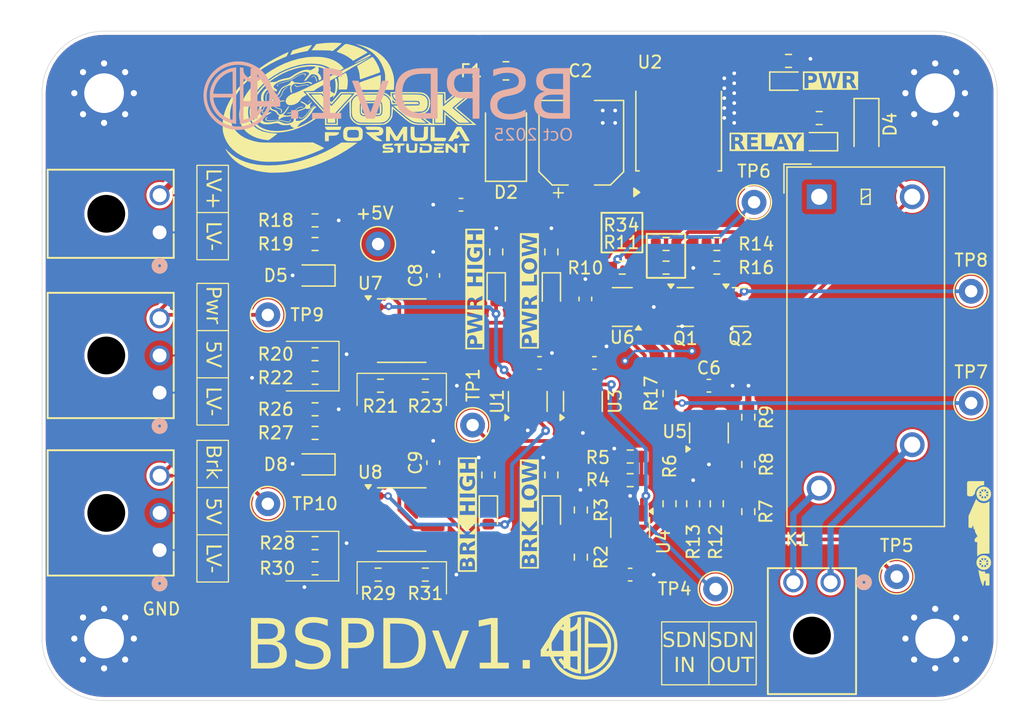
<source format=kicad_pcb>
(kicad_pcb (version 20241229) (generator "pcbnew") (generator_version "9.0")
  (layers (0 "F.Cu" signal) (2 "B.Cu" signal) (5 "F.SilkS" user "F.Silkscreen") (7 "B.SilkS" user "B.Silkscreen") (1 "F.Mask" user) (3 "B.Mask" user) (25 "Edge.Cuts" user))
  (net 0 "")
  (net 1 "GND")
  (net 2 "Net-(D1-K)")
  (net 3 "Net-(D2-K)")
  (net 4 "+12V")
  (net 5 "Net-(D3-K)")
  (net 6 "Net-(Q1-D)")
  (net 7 "Net-(Q1-G)")
  (net 8 "+5V")
  (net 9 "Net-(D2-A)")
  (net 10 "Net-(D3-A)")
  (net 11 "Shutdown In")
  (net 12 "Shutdown Out")
  (net 13 "Output Signal")
  (net 14 "Net-(Q2-G)")
  (net 15 "Net-(U4-DIV)")
  (net 16 "Net-(U4-SET)")
  (net 17 "Net-(R4-Pad1)")
  (net 18 "Net-(U5-IN)")
  (net 19 "Net-(U4-OUT)")
  (net 20 "Net-(R7-Pad1)")
  (net 21 "Net-(U5-DIV)")
  (net 22 "Net-(U5-SET)")
  (net 23 "Net-(U5-OUT)")
  (net 24 "PWR Input")
  (net 25 "Brake Input")
  (net 26 "Net-(TP1-Pad1)")
  (net 27 "Net-(U4-IN)")
  (net 28 "/PWR_H")
  (net 29 "/BRK_H")
  (net 30 "/BRK_L")
  (net 31 "/PWR_L")
  (net 32 "Net-(D5-K)")
  (net 33 "Net-(D8-K)")
  (net 34 "Net-(R12-Pad2)")
  (net 35 "Net-(R17-Pad2)")
  (net 36 "Net-(U7A--)")
  (net 37 "Net-(U7B-+)")
  (net 38 "Net-(U8A--)")
  (net 39 "Net-(U8B-+)")
  (net 40 "Net-(D6-K)")
  (net 41 "Net-(D7-K)")
  (net 42 "Net-(D9-K)")
  (net 43 "Net-(D10-K)")
  (footprint "Resistor_SMD:R_0603_1608Metric" (layer "F.Cu") (at 108.585 111.125 -90)
    (property "Reference" "R6")
    (property "Value" "200")
  )
  (footprint "Resistor_SMD:R_0603_1608Metric" (layer "F.Cu") (at 108.585 102.235 90)
    (property "Reference" "R17")
    (property "Value" "200")
  )
  (footprint "Capacitor_SMD:C_0603_1608Metric" (layer "F.Cu") (at 102.53 99.765)
    (property "Reference" "C3" (hide yes))
    (property "Value" "0.1u")
  )
  (footprint "TestPoint:TestPoint_Keystone_5000-5004_Miniature" (layer "F.Cu") (at 76.2 111.125)
    (property "Reference" "TP10")
    (property "Value" "TestPoint")
  )
  (footprint "Resistor_SMD:R_0603_1608Metric" (layer "F.Cu") (at 112.395 92.075)
    (property "Reference" "R16")
    (property "Value" "200")
  )
  (footprint "Resistor_SMD:R_0603_1608Metric" (layer "F.Cu") (at 80.01 99.06)
    (property "Reference" "R20")
    (property "Value" "39K")
  )
  (footprint "Capacitor_SMD:C_0603_1608Metric" (layer "F.Cu") (at 89.535 92.71 90)
    (property "Reference" "C8")
    (property "Value" "1µ")
  )
  (footprint "yfs:MolexMicrofitPlus1x3" (layer "F.Cu") (at 67.4781 102.161599 -90)
    (property "Reference" "J1" (hide yes))
    (property "Value" "Conn_01x03_Socket")
  )
  (footprint "Resistor_SMD:R_0603_1608Metric" (layer "F.Cu") (at 85.09 116.84)
    (property "Reference" "R29")
    (property "Value" "39K")
  )
  (footprint "LED_SMD:LED_0603_1608Metric" (layer "F.Cu") (at 118.145 77.03)
    (property "Reference" "D1" (hide yes))
    (property "Value" "LED_Small")
  )
  (footprint "TestPoint:TestPoint_Keystone_5000-5004_Miniature" (layer "F.Cu") (at 76.2 95.885 -90)
    (property "Reference" "TP9")
    (property "Value" "TestPoint")
  )
  (footprint "Capacitor_SMD:C_0603_1608Metric" (layer "F.Cu") (at 105.41 116.84 180)
    (property "Reference" "C5" (hide yes))
    (property "Value" "0.1u")
  )
  (footprint "Diode_SMD:D_SOD-123F" (layer "F.Cu") (at 124.46 80.645 -90)
    (property "Reference" "D4")
    (property "Value" "1N4007")
  )
  (footprint "Resistor_SMD:R_0603_1608Metric" (layer "F.Cu") (at 99.06 90.805 90)
    (property "Reference" "R25" (hide yes))
    (property "Value" "R" (hide yes))
  )
  (footprint "yfs:MolexMicrofitPlus1x3" (layer "F.Cu") (at 67.4781 114.861599 -90)
    (property "Reference" "J2" (hide yes))
    (property "Value" "Conn_01x03_Socket")
  )
  (footprint "TestPoint:TestPoint_Keystone_5000-5004_Miniature" (layer "F.Cu") (at 132.9 103)
    (property "Reference" "TP7")
    (property "Value" "TestPoint")
  )
  (footprint "Package_SO:SOIC-8_3.9x4.9mm_P1.27mm" (layer "F.Cu") (at 86.995 112.395)
    (property "Reference" "U8")
    (property "Value" "LM393")
  )
  (footprint "Package_TO_SOT_SMD:SOT-23" (layer "F.Cu") (at 109.855 95.25)
    (property "Reference" "Q1")
    (property "Value" "2N7002")
  )
  (footprint "Resistor_SMD:R_0603_1608Metric" (layer "F.Cu") (at 80.01 88.265 180)
    (property "Reference" "R18")
    (property "Value" "10k")
  )
  (footprint "Resistor_SMD:R_0603_1608Metric" (layer "F.Cu") (at 85.28 101.6)
    (property "Reference" "R21")
    (property "Value" "39K")
  )
  (footprint "Package_TO_SOT_SMD:SOT-23-6" (layer "F.Cu") (at 101.6 102.87 90)
    (property "Reference" "U3")
    (property "Value" "74LVC1G332")
  )
  (footprint "LED_SMD:LED_0603_1608Metric" (layer "F.Cu") (at 93.98 111.975 -90)
    (property "Reference" "D9" (hide yes))
    (property "Value" "LED" (hide yes))
  )
  (footprint "TestPoint:TestPoint_Keystone_5000-5004_Miniature" (layer "F.Cu") (at 85.09 90.17)
    (property "Reference" "TP3" (hide yes))
    (property "Value" "TestPoint" (hide yes))
  )
  (footprint "LED_SMD:LED_0603_1608Metric" (layer "F.Cu") (at 120.65 81.915 180)
    (property "Reference" "D3" (hide yes))
    (property "Value" "LED" (hide yes))
  )
  (footprint "MyLibrary:YFS Logo" (layer "F.Cu") (at 82.55 79.375)
    (property "Reference" "G***" (hide yes))
    (property "Value" "LOGO" (hide yes))
  )
  (footprint "LED_SMD:LED_0603_1608Metric" (layer "F.Cu") (at 99.06 93.98 -90)
    (property "Reference" "D7" (hide yes))
    (property "Value" "LED" (hide yes))
  )
  (footprint "Capacitor_SMD:C_0603_1608Metric" (layer "F.Cu") (at 91.775 87 180)
    (property "Reference" "C4" (hide yes))
    (property "Value" "1u")
  )
  (footprint "Resistor_SMD:R_0603_1608Metric" (layer "F.Cu") (at 93.98 108.8 90)
    (property "Reference" "R32" (hide yes))
    (property "Value" "R" (hide yes))
  )
  (footprint "Package_TO_SOT_SMD:SOT-23-6" (layer "F.Cu") (at 97.155 102.87 90)
    (property "Reference" "U1")
    (property "Value" "74LVC1G11")
  )
  (footprint "Resistor_SMD:R_0603_1608Metric" (layer "F.Cu") (at 114.935 111.76 -90)
    (property "Reference" "R7")
    (property "Value" "68")
  )
  (footprint "Resistor_SMD:R_0603_1608Metric" (layer "F.Cu") (at 110.49 111.125 90)
    (property "Reference" "R13")
    (property "Value" "18k")
  )
  (footprint "Diode_SMD:D_SMA" (layer "F.Cu") (at 95.4 81.6 90)
    (property "Reference" "D2")
    (property "Value" "SS34")
  )
  (footprint "Diode_SMD:D_SOD-323" (layer "F.Cu") (at 80.01 92.71 180)
    (property "Reference" "D5")
    (property "Value" "BZX384xxxx")
  )
  (footprint "Resistor_SMD:R_0603_1608Metric" (layer "F.Cu") (at 108.3075 90.17)
    (property "Reference" "R34")
    (property "Value" "10k")
  )
  (footprint "Package_TO_SOT_SMD:SOT-23-6" (layer "F.Cu") (at 104.775 95.25 180)
    (property "Reference" "U6")
    (property "Value" "74LVC1G332")
  )
  (footprint "Resistor_SMD:R_0603_1608Metric" (layer "F.Cu") (at 118.175 75.4)
    (property "Reference" "R1" (hide yes))
    (property "Value" "10k")
  )
  (footprint "Resistor_SMD:R_0805_2012Metric" (layer "F.Cu") (at 95.4 76.2)
    (property "Reference" "F1")
    (property "Value" "Polyfuse")
  )
  (footprint "Capacitor_SMD:C_0603_1608Metric" (layer "F.Cu") (at 111.76 101.6)
    (property "Reference" "C6")
    (property "Value" "0.1u")
  )
  (footprint "Package_TO_SOT_SMD:TO-252-2" (layer "F.Cu") (at 109.32 80.96 90)
    (property "Reference" "U2")
    (property "Value" "TPS7B88-Q1")
  )
  (footprint "Resistor_SMD:R_0603_1608Metric" (layer "F.Cu") (at 80.01 100.965 180)
    (property "Reference" "R22")
    (property "Value" "62k")
  )
  (footprint "Resistor_SMD:R_0603_1608Metric" (layer "F.Cu") (at 80.01 114.3)
    (property "Reference" "R28")
    (property "Value" "39K")
  )
  (footprint "Resistor_SMD:R_0603_1608Metric" (layer "F.Cu") (at 120.65 80.01 180)
    (property "Reference" "R15" (hide yes))
    (property "Value" "R" (hide yes))
  )
  (footprint "Resistor_SMD:R_0603_1608Metric" (layer "F.Cu") (at 80.01 116.332 180)
    (property "Reference" "R30")
    (property "Value" "62k")
  )
  (footprint "Resistor_SMD:R_0603_1608Metric" (layer "F.Cu") (at 105.41 109.22 180)
    (property "Reference" "R4")
    (property "Value" "750k")
  )
  (footprint "Diode_SMD:D_SOD-323" (layer "F.Cu") (at 80.01 107.95 180)
    (property "Reference" "D8")
    (property "Value" "BZX384xxxx")
  )
  (footprint "Relay_THT:Relay_SPST_Omron_G2RL-1A" (layer "F.Cu") (at 120.65 86.36)
    (property "Reference" "K1")
    (property "Value" "Relay_SPST-NO")
  )
  (footprint "Capacitor_SMD:C_0603_1608Metric" (layer "F.Cu") (at 98.105 99.765)
    (property "Reference" "C1" (hide yes))
    (property "Value" "0.1u")
  )
  (footprint "Resistor_SMD:R_0603_1608Metric" (layer "F.Cu") (at 114.935 104.14 -90)
    (property "Reference" "R9")
    (property "Value" "1k")
  )
  (footprint "Resistor_SMD:R_0603_1608Metric" (layer "F.Cu") (at 80.01 103.505 180)
    (property "Reference" "R26")
    (property "Value" "10k")
  )
  (footprint "Resistor_SMD:R_0603_1608Metric" (layer "F.Cu") (at 108.3075 92.075)
    (property "Reference" "R11")
    (property "Value" "10k")
  )
  (footprint "yfs:MolexMicrofitPlus1x2" (layer "F.Cu") (at 67.4781 89.2316 -90)
    (property "Reference" "J3" (hide yes))
    (property "Value" "Conn_01x02_Socket")
  )
  (footprint "Resistor_SMD:R_0603_1608Metric" (layer "F.Cu") (at 99.06 108.8 90)
    (property "Reference" "R33" (hide yes))
    (property "Value" "R" (hide yes))
  )
  (footprint "MyLibrary:Logo" (layer "F.Cu") (at 101.6 122.555)
    (property "Reference" "G***" (hide yes))
    (property "Value" "LOGO" (hide yes))
  )
  (footprint "TestPoint:TestPoint_Keystone_5000-5004_Miniature" (layer "F.Cu") (at 112.3 118)
    (property "Reference" "TP4")
    (property "Value" "TestPoint")
  )
  (footprint "TestPoint:TestPoint_Keystone_5000-5004_Miniature" (layer "F.Cu") (at 92.71 104.775)
    (property "Reference" "TP1")
    (property "Value" "TestPoint")
  )
  (footprint "Resistor_SMD:R_0603_1608Metric" (layer "F.Cu") (at 104.775 92.075)
    (property "Reference" "R10")
    (property "Value" "200")
  )
  (footprint "Package_TO_SOT_SMD:SOT-23" (layer "F.Cu") (at 114.3 95.25)
    (property "Reference" "Q2")
    (property "Value" "2N7002")
  )
  (footprint "Capacitor_SMD:CP_Elec_6.3x5.4" (layer "F.Cu") (at 101.4725 82 90)
    (property "Reference" "C2")
    (property "Value" "10u")
  )
  (footprint "yfs:MolexMicrofitPlus1x2" (layer "F.Cu") (at 121.5666 117.4569)
    (property "Reference" "J4" (hide yes))
    (property "Value" "Conn_01x02_Socket")
  )
  (footprint "Package_SO:SOIC-8_3.9x4.9mm_P1.27mm" (layer "F.Cu") (at 86.995 97.155)
    (property "Reference" "U7")
    (property "Value" "LM393")
  )
  (footprint "LED_SMD:LED_0603_1608Metric" (layer "F.Cu") (at 94.615 93.98 -90)
    (property "Reference" "D6" (hide yes))
    (property "Value" "LED" (hide yes))
  )
  (footprint "Resistor_SMD:R_0603_1608Metric" (layer "F.Cu") (at 88.9 101.6)
    (property "Reference" "R23")
    (property "Value" "62k")
  )
  (footprint "MountingHole:MountingHole_3.2mm_M3_Pad_Via" (layer "F.Cu") (at 63 78)
    (property "Reference" "H1" (hide yes))
    (property "Value" "MountingHole_Pad")
  )
  (footprint "Resistor_SMD:R_0603_1608Metric" (layer "F.Cu") (at 112.395 90.17 180)
    (property "Reference" "R14")
    (property "Value" "10k")
  )
  (footprint "Package_TO_SOT_SMD:TSOT-23-6" (layer "F.Cu") (at 111.76 105.41 90)
    (property "Reference" "U5")
    (property "Value" "LTC6994xS6-1")
  )
  (footprint "Resistor_SMD:R_0603_1608Metric" (layer "F.Cu") (at 114.935 107.95 -90)
    (property "Reference" "R8")
    (property "Value" "820")
  )
  (footprint "Resistor_SMD:R_0603_1608Metric" (layer "F.Cu") (at 112.395 111.125 -90)
    (property "Reference" "R12")
    (property "Value" "220k")
  )
  (footprint "Resistor_SMD:R_0603_1608Metric" (layer "F.Cu") (at 88.9 116.84)
    (property "Reference" "R31")
    (property "Value" "62k")
  )
  (footprint "Resistor_SMD:R_0603_1608Metric" (layer "F.Cu") (at 80.01 105.41)
    (property "Reference" "R27")
    (property "Value" "4.8k")
  )
  (footprint "MountingHole:MountingHole_3.2mm_M3_Pad_Via" (layer "F.Cu") (at 63 122)
    (property "Reference" "H2" (hide yes))
    (property "Value" "MountingHole_Pad")
  )
  (footprint "TestPoint:TestPoint_Keystone_5000-5004_Miniature" (layer "F.Cu") (at 115.4 86.8)
    (property "Reference" "TP6")
    (property "Value" "TestPoint")
  )
  (footprint "Capacitor_SMD:C_0603_1608Metric" (layer "F.Cu") (at 101.8 94.6 90)
    (property "Reference" "C7" (hide yes))
    (property "Value" "0.1u")
  )
  (footprint "Resistor_SMD:R_0603_1608Metric" (layer "F.Cu") (at 80.01 90.17)
    (property "Reference" "R19")
    (property "Value" "4.8k")
  )
  (footprint "Resistor_SMD:R_0603_1608Metric" (layer "F.Cu") (at 101.435 115.4375 90)
    (property "Reference" "R2")
    (property "Value" "1k")
  )
  (footprint "MountingHole:MountingHole_3.2mm_M3_Pad_Via" (layer "F.Cu") (at 130 122)
    (property "Reference" "H4" (hide yes))
    (property "Value" "MountingHole_Pad")
  )
  (footprint "Resistor_SMD:R_0603_1608Metric" (layer "F.Cu") (at 105.41 107.315)
    (property "Reference" "R5")
    (property "Value" "13k")
  )
  (footprint "TestPoint:TestPoint_Keystone_5000-5004_Miniature" (layer "F.Cu") (at 132.9 93.98)
    (property "Reference" "TP8")
    (property "Value" "TestPoint")
  )
  (footprint "Package_TO_SOT_SMD:TSOT-23-6" (layer "F.Cu") (at 105.41 113.03 -90)
    (property "Reference" "U4")
    (property "Value" "LTC6994xS6-1")
  )
  (footprint "Resistor_SMD:R_0603_1608Metric" (layer "F.Cu") (at 94.615 90.805 90)
    (property "Reference" "R24" (hide yes))
    (property "Value" "R" (hide yes))
  )
  (footprint "TestPoint:TestPoint_Keystone_5000-5004_Miniature" (layer "F.Cu") (at 126.9 117)
    (property "Reference" "TP5")
    (property "Value" "TestPoint")
  )
  (footprint "MountingHole:MountingHole_3.2mm_M3_Pad_Via" (layer "F.Cu") (at 130 78)
    (property "Reference" "H3" (hide yes))
    (property "Value" "MountingHole_Pad")
  )
  (footprint "Resistor_SMD:R_0603_1608Metric" (layer "F.Cu") (at 101.435 111.6275 -90)
    (property "Reference" "R3")
    (property "Value" "510")
  )
  (footprint "Capacitor_SMD:C_0603_1608Metric" (layer "F.Cu") (at 89.535 107.81 90)
    (property "Reference" "C9")
    (property "Value" "1µ")
  )
  (footprint "LED_SMD:LED_0603_1608Metric" (layer "F.Cu") (at 99.06 111.975 -90)
    (property "Reference" "D10" (hide yes))
    (property "Value" "LED" (hide yes))
  )
  (footprint "MyLibrary:Logo" (layer "B.Cu") (at 73.8 78.2 180)
    (property "Reference" "G***" (hide yes))
    (property "Value" "LOGO" (hide yes))
  )
  (gr_rect (start 103.1 87.65) (end 106.4 90.85) (stroke (width 0.15)) (fill no) (layer "F.SilkS"))
  (gr_rect (start 106.75 89.35) (end 109.85 92.9) (stroke (width 0.15)) (fill no) (layer "F.SilkS"))
  (gr_line (start 83.4 115.8) (end 83.4 118.4) (stroke (width 0.1)) (layer "F.SilkS"))
  (gr_line (start 90.6 115.8) (end 90.6 118.4) (stroke (width 0.1)) (layer "F.SilkS"))
  (gr_poly (pts (xy 133.329886 115.838185) (xy 133.332158 115.808274) (xy 133.335899 115.778797) (xy 133.341074 115.749792) (xy 133.347643 115.721295) (xy 133.355571 115.693345) (xy 133.364822 115.665976) (xy 133.375357 115.63923) (xy 133.387141 115.613139) (xy 133.400135 115.587741) (xy 133.414304 115.563075) (xy 133.429611 115.539177) (xy 133.446018 115.516083) (xy 133.463489 115.493832) (xy 133.481987 115.472459) (xy 133.501474 115.452003) (xy 133.521915 115.432499) (xy 133.543271 115.413986) (xy 133.565507 115.396499) (xy 133.588585 115.380077) (xy 133.612469 115.364755) (xy 133.637121 115.350572) (xy 133.662505 115.337564) (xy 133.688583 115.325768) (xy 133.715318 115.315221) (xy 133.742677 115.30596) (xy 133.770618 115.298022) (xy 133.799106 115.291445) (xy 133.828105 115.286265) (xy 133.857577 115.282519) (xy 133.887485 115.280244) (xy 133.917794 115.279477) (xy 133.92412 115.279528) (xy 133.930431 115.279674) (xy 133.936728 115.279907) (xy 133.943012 115.280217) (xy 133.955545 115.281033) (xy 133.968036 115.28205) (xy 133.996118 115.285112) (xy 134.023788 115.28947) (xy 134.051015 115.295094) (xy 134.077768 115.301952) (xy 134.104014 115.310013) (xy 134.129723 115.319246) (xy 134.154862 115.32962) (xy 134.179401 115.341103) (xy 134.203308 115.353664) (xy 134.226551 115.367273) (xy 134.2491 115.381896) (xy 134.270922 115.397504) (xy 134.291987 115.414066) (xy 134.312262 115.431551) (xy 134.331716 115.449926) (xy 134.350319 115.469161) (xy 134.368037 115.489225) (xy 134.384841 115.510086) (xy 134.400697 115.531714) (xy 134.415576 115.554076) (xy 134.429445 115.577143) (xy 134.442274 115.600882) (xy 134.45403 115.625262) (xy 134.464682 115.650253) (xy 134.474198 115.675823) (xy 134.482548 115.701941) (xy 134.4897 115.728577) (xy 134.495622 115.755696) (xy 134.500282 115.783271) (xy 134.50365 115.811269) (xy 134.505694 115.839658) (xy 134.506382 115.868408) (xy 134.50573 115.896365) (xy 134.503792 115.923983) (xy 134.500597 115.951233) (xy 134.496174 115.978087) (xy 134.490554 116.004516) (xy 134.483762 116.03049) (xy 134.475831 116.055981) (xy 134.466788 116.08096) (xy 134.456663 116.105398) (xy 134.445483 116.129267) (xy 134.433279 116.152537) (xy 134.420079 116.17518) (xy 134.405914 116.197166) (xy 134.39081 116.218468) (xy 134.374798 116.239055) (xy 134.357906 116.2589) (xy 134.340164 116.277973) (xy 134.321601 116.296246) (xy 134.302245 116.313689) (xy 134.282125 116.330274) (xy 134.261271 116.345972) (xy 134.239712 116.360754) (xy 134.217476 116.374592) (xy 134.212817 116.377211) (xy 134.212817 116.09004) (xy 134.219576 116.080755) (xy 134.226054 116.071262) (xy 134.232246 116.061567) (xy 134.238143 116.051674) (xy 134.243739 116.041588) (xy 134.249028 116.031316) (xy 134.254002 116.020861) (xy 134.258654 116.010229) (xy 134.262978 115.999426) (xy 134.266966 115.988455) (xy 134.270611 115.977324) (xy 134.273909 115.966036) (xy 134.276849 115.954596) (xy 134.279428 115.943011) (xy 134.281635 115.931285) (xy 134.283465 115.919422) (xy 134.113704 115.919422) (xy 134.113704 115.81748) (xy 134.283465 115.81748) (xy 134.281636 115.805573) (xy 134.279434 115.793807) (xy 134.276864 115.782188) (xy 134.273933 115.770719) (xy 134.270647 115.759406) (xy 134.267012 115.748253) (xy 134.263034 115.737266) (xy 134.258719 115.726449) (xy 134.254073 115.715806) (xy 134.249104 115.705344) (xy 134.243816 115.695065) (xy 134.238215 115.684976) (xy 134.232309 115.67508) (xy 134.226104 115.665385) (xy 134.219604 115.655891) (xy 134.212817 115.646606) (xy 134.092785 115.766209) (xy 134.096166 115.772245) (xy 134.099309 115.778392) (xy 134.102222 115.784647) (xy 134.104916 115.791009) (xy 134.107402 115.797475) (xy 134.109687 115.804044) (xy 134.111786 115.810713) (xy 134.113704 115.81748) (xy 134.113704 115.919422) (xy 134.113533 115.919422) (xy 134.111696 115.926116) (xy 134.109655 115.932745) (xy 134.107407 115.939297) (xy 134.104949 115.945755) (xy 134.102277 115.952104) (xy 134.09939 115.95833) (xy 134.096284 115.964417) (xy 134.094648 115.967403) (xy 134.092956 115.970351) (xy 134.212817 116.09004) (xy 134.212817 116.377211) (xy 134.194593 116.387455) (xy 134.17109 116.399317) (xy 134.147 116.410148) (xy 134.122348 116.419916) (xy 134.097165 116.428597) (xy 134.07148 116.43616) (xy 134.045321 116.442576) (xy 134.018717 116.447816) (xy 133.9917 116.451852) (xy 133.982613 116.453016) (xy 133.973485 116.454057) (xy 133.969665 116.454436) (xy 133.969665 116.234336) (xy 133.981579 116.232458) (xy 133.993364 116.230205) (xy 134.005014 116.227583) (xy 134.016521 116.224598) (xy 134.027879 116.221257) (xy 134.039083 116.217567) (xy 134.050124 116.213533) (xy 134.060997 116.209162) (xy 134.071696 116.20446) (xy 134.082213 116.199434) (xy 134.092541 116.194091) (xy 134.102676 116.188436) (xy 134.11261 116.182476) (xy 134.122337 116.176218) (xy 134.131849 116.169667) (xy 134.141141 116.162831) (xy 134.020936 116.042456) (xy 134.020764 116.042554) (xy 134.020765 115.694104) (xy 134.141483 115.573471) (xy 134.132188 115.566634) (xy 134.122665 115.560108) (xy 134.112921 115.553899) (xy 134.102966 115.548006) (xy 134.092805 115.542435) (xy 134.082447 115.537188) (xy 134.071899 115.532267) (xy 134.061169 115.527677) (xy 134.050264 115.523419) (xy 134.039191 115.519496) (xy 134.027959 115.515912) (xy 134.016574 115.512669) (xy 134.005045 115.50977) (xy 133.993379 115.507218) (xy 133.981583 115.505016) (xy 133.969665 115.503167) (xy 133.969665 115.672241) (xy 133.973089 115.673191) (xy 133.976478 115.674207) (xy 133.979835 115.675288) (xy 133.983158 115.676429) (xy 133.989714 115.678888) (xy 133.996147 115.681565) (xy 134.002465 115.684444) (xy 134.008669 115.687505) (xy 134.014768 115.690731) (xy 134.020765 115.694104) (xy 134.020764 116.042554) (xy 134.0149 116.045909) (xy 134.008754 116.049132) (xy 134.002499 116.052131) (xy 133.996137 116.054909) (xy 133.989671 116.05747) (xy 133.983102 116.059817) (xy 133.976433 116.061956) (xy 133.969665 116.06389) (xy 133.969665 116.234336) (xy 133.969665 116.454436) (xy 133.964314 116.454966) (xy 133.955101 116.455732) (xy 133.945843 116.456345) (xy 133.93654 116.456796) (xy 133.927191 116.457073) (xy 133.917793 116.457168) (xy 133.887479 116.456402) (xy 133.867724 116.4549) (xy 133.867724 116.233822) (xy 133.867724 116.06449) (xy 133.864294 116.063604) (xy 133.860888 116.062652) (xy 133.857505 116.061635) (xy 133.854145 116.060552) (xy 133.847499 116.058203) (xy 133.840952 116.055616) (xy 133.83451 116.052805) (xy 133.828177 116.049781) (xy 133.821957 116.046556) (xy 133.815938 116.043189) (xy 133.815938 115.693418) (xy 133.822014 115.690036) (xy 133.828215 115.686842) (xy 133.834536 115.683846) (xy 133.840973 115.681061) (xy 133.847524 115.678497) (xy 133.854182 115.676164) (xy 133.860946 115.674076) (xy 133.867809 115.672241) (xy 133.867895 115.672241) (xy 133.867895 115.502824) (xy 133.855908 115.504648) (xy 133.844065 115.506836) (xy 133.832369 115.509387) (xy 133.820827 115.512294) (xy 133.809441 115.515553) (xy 133.798217 115.519159) (xy 133.78716 115.523109) (xy 133.776274 115.527398) (xy 133.765563 115.532022) (xy 133.755034 115.536976) (xy 133.744689 115.542255) (xy 133.734534 115.547856) (xy 133.724574 115.553774) (xy 133.714812 115.560004) (xy 133.705256 115.566543) (xy 133.695905 115.573386) (xy 133.815938 115.693418) (xy 133.815938 116.043189) (xy 133.815853 116.043142) (xy 133.69582 116.163345) (xy 133.705183 116.170159) (xy 133.714751 116.176674) (xy 133.724519 116.182886) (xy 133.734483 116.18879) (xy 133.744639 116.19438) (xy 133.754981 116.199653) (xy 133.765506 116.204603) (xy 133.776209 116.209226) (xy 133.787086 116.213516) (xy 133.798133 116.217468) (xy 133.809345 116.221078) (xy 133.820717 116.224341) (xy 133.832245 116.227252) (xy 133.843925 116.229805) (xy 133.855753 116.231997) (xy 133.867724 116.233822) (xy 133.867724 116.4549) (xy 133.857563 116.454127) (xy 133.828085 116.450381) (xy 133.799082 116.445201) (xy 133.770589 116.438625) (xy 133.742645 116.430688) (xy 133.715285 116.421428) (xy 133.688547 116.410883) (xy 133.662467 116.399089) (xy 133.637083 116.386084) (xy 133.623713 116.378395) (xy 133.623714 116.091069) (xy 133.743576 115.971379) (xy 133.740133 115.965247) (xy 133.736881 115.959005) (xy 133.733829 115.952657) (xy 133.730984 115.946205) (xy 133.728349 115.939652) (xy 133.725936 115.933003) (xy 133.72375 115.926258) (xy 133.721798 115.919422) (xy 133.552552 115.919337) (xy 133.552552 115.81748) (xy 133.721798 115.817395) (xy 133.723751 115.810495) (xy 133.725936 115.80369) (xy 133.72835 115.796985) (xy 133.730984 115.790387) (xy 133.733829 115.783901) (xy 133.736881 115.777535) (xy 133.740133 115.771292) (xy 133.743576 115.765181) (xy 133.6238 115.645405) (xy 133.616909 115.65474) (xy 133.610323 115.664289) (xy 133.604044 115.674042) (xy 133.598079 115.683999) (xy 133.592431 115.694155) (xy 133.587105 115.7045) (xy 133.582106 115.715036) (xy 133.577438 115.725752) (xy 133.573105 115.736647) (xy 133.569112 115.747715) (xy 133.565464 115.75895) (xy 133.562166 115.77035) (xy 133.559221 115.781908) (xy 133.556634 115.793618) (xy 133.554409 115.805478) (xy 133.552552 115.81748) (xy 133.552552 115.919337) (xy 133.554408 115.93128) (xy 133.55663 115.943089) (xy 133.559213 115.954758) (xy 133.562152 115.966281) (xy 133.565445 115.977652) (xy 133.569084 115.988866) (xy 133.57307 115.999916) (xy 133.577395 116.010797) (xy 133.582055 116.021504) (xy 133.587047 116.03203) (xy 133.592365 116.042369) (xy 133.598007 116.052517) (xy 133.603967 116.062466) (xy 133.610241 116.072211) (xy 133.616825 116.081748) (xy 133.623714 116.091069) (xy 133.623713 116.378395) (xy 133.612431 116.371904) (xy 133.588548 116.356587) (xy 133.56547 116.340169) (xy 133.543236 116.322689) (xy 133.521881 116.304182) (xy 133.501442 116.284686) (xy 133.481957 116.264238) (xy 133.463461 116.242874) (xy 133.445993 116.220634) (xy 133.429588 116.197552) (xy 133.414285 116.173667) (xy 133.400118 116.149016) (xy 133.387126 116.123634) (xy 133.375345 116.097561) (xy 133.364812 116.070832) (xy 133.355564 116.043485) (xy 133.347637 116.015557) (xy 133.34107 115.987084) (xy 133.335897 115.958103) (xy 133.332157 115.928655) (xy 133.329886 115.898772) (xy 133.32912 115.868495)) (stroke (width -0.000001)) (fill yes) (layer "F.SilkS"))
  (gr_rect (start 107.95 120.65) (end 115.57 125.73) (stroke (width 0.1)) (fill no) (layer "F.SilkS"))
  (gr_line (start 73.025 113.626983) (end 70.485 113.626983) (stroke (width 0.1)) (layer "F.SilkS"))
  (gr_line (start 73.025 100.965) (end 70.485 100.965) (stroke (width 0.1)) (layer "F.SilkS"))
  (gr_line (start 77.665 113.348) (end 81.915 113.348) (stroke (width 0.1)) (layer "F.SilkS"))
  (gr_line (start 111.76 125.73) (end 111.76 120.65) (stroke (width 0.1)) (layer "F.SilkS"))
  (gr_line (start 83.4 115.8) (end 90.6 115.8) (stroke (width 0.1)) (layer "F.SilkS"))
  (gr_rect (start 70.485 83.82) (end 73.025 91.44) (stroke (width 0.1)) (fill no) (layer "F.SilkS"))
  (gr_line (start 73.025 97.155) (end 70.485 97.155) (stroke (width 0.1)) (layer "F.SilkS"))
  (gr_line (start 77.69 98.02) (end 81.94 98.02) (stroke (width 0.1)) (layer "F.SilkS"))
  (gr_line (start 83.395 100.6) (end 83.395 103.2) (stroke (width 0.1)) (layer "F.SilkS"))
  (gr_rect (start 70.485 93.345) (end 73.025 104.775) (stroke (width 0.1)) (fill no) (layer "F.SilkS"))
  (gr_poly (pts (xy 132.570374 109.444587) (xy 132.570975 109.436695) (xy 132.571964 109.428915) (xy 132.573331 109.42126) (xy 132.575068 109.41374) (xy 132.577163 109.406362) (xy 132.579608 109.399139) (xy 132.582393 109.392078) (xy 132.585508 109.385191) (xy 132.588943 109.378487) (xy 132.592688 109.371977) (xy 132.596734 109.365668) (xy 132.601071 109.359572) (xy 132.60569 109.353698) (xy 132.610579 109.348057) (xy 132.61573 109.342659) (xy 132.621134 109.33751) (xy 132.626779 109.332625) (xy 132.632657 109.328011) (xy 132.638757 109.323679) (xy 132.645071 109.319638) (xy 132.651588 109.315898) (xy 132.658298 109.312469) (xy 132.665192 109.309361) (xy 132.67226 109.306584) (xy 132.679491 109.304147) (xy 132.686878 109.30206) (xy 132.694409 109.300335) (xy 132.702075 109.298978) (xy 132.709866 109.298001) (xy 132.717772 109.297415) (xy 132.725785 109.297228) (xy 133.946344 109.297228) (xy 133.946344 109.632633) (xy 133.939229 109.632225) (xy 133.932059 109.631744) (xy 133.928464 109.631524) (xy 133.924871 109.631343) (xy 133.921284 109.631221) (xy 133.917708 109.631176) (xy 133.881767 109.632061) (xy 133.846281 109.634691) (xy 133.811292 109.639023) (xy 133.776839 109.645013) (xy 133.742966 109.652623) (xy 133.709712 109.661809) (xy 133.677121 109.672529) (xy 133.645232 109.684743) (xy 133.614087 109.698407) (xy 133.583728 109.713481) (xy 133.554196 109.729923) (xy 133.525532 109.74769) (xy 133.497779 109.766742) (xy 133.470976 109.787034) (xy 133.445165 109.808528) (xy 133.420388 109.83118) (xy 133.396685 109.854949) (xy 133.374101 109.879793) (xy 133.352673 109.90567) (xy 133.332444 109.932538) (xy 133.313456 109.960356) (xy 133.29575 109.989082) (xy 133.279367 110.018674) (xy 133.264348 110.04909) (xy 133.250736 110.080288) (xy 133.23857 110.112228) (xy 133.227893 110.144866) (xy 133.218746 110.178161) (xy 133.211171 110.212071) (xy 133.205208 110.246555) (xy 133.200899 110.28157) (xy 133.198285 110.317076) (xy 133.039327 110.476119) (xy 133.033741 110.481435) (xy 133.027923 110.486445) (xy 133.021886 110.491145) (xy 133.015643 110.495531) (xy 133.009206 110.499595) (xy 133.00259 110.503334) (xy 132.995807 110.506742) (xy 132.988871 110.509814) (xy 132.981793 110.512544) (xy 132.974589 110.514927) (xy 132.967269 110.516958) (xy 132.959849 110.518631) (xy 132.952339 110.519943) (xy 132.944755 110.520885) (xy 132.937109 110.521455) (xy 132.929412 110.521646) (xy 132.725699 110.521646) (xy 132.717695 110.521443) (xy 132.709795 110.520843) (xy 132.702011 110.519854) (xy 132.694351 110.518486) (xy 132.686826 110.516751) (xy 132.679444 110.514654) (xy 132.672218 110.512209) (xy 132.665155 110.509424) (xy 132.658266 110.50631) (xy 132.65156 110.502874) (xy 132.645047 110.499129) (xy 132.638737 110.495083) (xy 132.632639 110.490746) (xy 132.626764 110.486128) (xy 132.621121 110.481238) (xy 132.61572 110.476087) (xy 132.61057 110.470683) (xy 132.605682 110.465038) (xy 132.601066 110.45916) (xy 132.59673 110.453059) (xy 132.592685 110.446746) (xy 132.58894 110.440229) (xy 132.585506 110.433519) (xy 132.582393 110.426625) (xy 132.579608 110.419558) (xy 132.577163 110.412326) (xy 132.575067 110.404939) (xy 132.573331 110.397408) (xy 132.571963 110.389742) (xy 132.570975 110.381951) (xy 132.570374 110.374044) (xy 132.570172 110.366032) (xy 132.570172 109.452584)) (stroke (width -0.000001)) (fill yes) (layer "F.SilkS"))
  (gr_line (start 81.94 98.02) (end 81.94 102.02) (stroke (width 0.1)) (layer "F.SilkS"))
  (gr_poly (pts (xy 133.301256 110.724672) (xy 133.326119 110.762983) (xy 133.353281 110.799589) (xy 133.38264 110.834383) (xy 133.414094 110.867261) (xy 133.44754 110.898117) (xy 133.482877 110.926844) (xy 133.520001 110.953337) (xy 133.558811 110.977489) (xy 133.599204 110.999198) (xy 133.641079 111.018354) (xy 133.684333 111.034853) (xy 133.728863 111.04859) (xy 133.774568 111.059459) (xy 133.821346 111.067353) (xy 133.869093 111.072166) (xy 133.917708 111.073795) (xy 133.928512 111.073691) (xy 133.939452 111.073383) (xy 133.950535 111.072877) (xy 133.961767 111.072177) (xy 133.973155 111.071286) (xy 133.984708 111.070214) (xy 133.996431 111.068961) (xy 134.008332 111.067534) (xy 134.034183 111.063815) (xy 134.059701 111.059192) (xy 134.084871 111.053685) (xy 134.109682 111.047311) (xy 134.134119 111.040089) (xy 134.158166 111.032036) (xy 134.18181 111.02317) (xy 134.205037 111.01351) (xy 134.22783 111.003074) (xy 134.250178 110.991878) (xy 134.272065 110.979942) (xy 134.293476 110.967283) (xy 134.314399 110.953919) (xy 134.334819 110.939868) (xy 134.35472 110.925149) (xy 134.374089 110.909778) (xy 134.374089 115.143755) (xy 133.917965 115.147098) (xy 133.879218 115.148132) (xy 133.841009 115.151202) (xy 133.803391 115.156251) (xy 133.766412 115.163225) (xy 133.730125 115.172071) (xy 133.694577 115.182735) (xy 133.659823 115.195163) (xy 133.625911 115.209301) (xy 133.592892 115.225094) (xy 133.560817 115.24249) (xy 133.529737 115.261433) (xy 133.499701 115.28187) (xy 133.470761 115.303746) (xy 133.442968 115.327009) (xy 133.416371 115.351603) (xy 133.391022 115.377475) (xy 133.384644 115.144404) (xy 133.382177 114.929266) (xy 133.382678 114.736112) (xy 133.385203 114.568992) (xy 133.38881 114.431958) (xy 133.392555 114.329061) (xy 133.396681 114.241882) (xy 133.199999 114.187439) (xy 133.196447 114.176309) (xy 133.193302 114.165242) (xy 133.190545 114.154254) (xy 133.188157 114.143359) (xy 133.186118 114.132572) (xy 133.18441 114.121911) (xy 133.183013 114.111385) (xy 133.181909 114.101015) (xy 133.180874 114.084131) (xy 133.180877 114.067329) (xy 133.181899 114.050652) (xy 133.183923 114.034143) (xy 133.186933 114.017843) (xy 133.190909 114.001796) (xy 133.195835 113.986045) (xy 133.201693 113.970631) (xy 133.208465 113.955595) (xy 133.216133 113.940982) (xy 133.224681 113.926835) (xy 133.234091 113.913194) (xy 133.244344 113.900103) (xy 133.255424 113.887603) (xy 133.267313 113.875739) (xy 133.279993 113.864551) (xy 133.396681 113.767582) (xy 133.396051 113.754134) (xy 133.394217 113.740698) (xy 133.391264 113.727245) (xy 133.387277 113.713746) (xy 133.37654 113.686495) (xy 133.362682 113.658714) (xy 133.346384 113.630173) (xy 133.328325 113.60064) (xy 133.289627 113.537677) (xy 133.270349 113.503785) (xy 133.25202 113.467977) (xy 133.235321 113.430026) (xy 133.220929 113.389697) (xy 133.21481 113.368569) (xy 133.209522 113.34676) (xy 133.205151 113.324242) (xy 133.20178 113.300986) (xy 133.199494 113.276963) (xy 133.198379 113.252143) (xy 133.19852 113.226498) (xy 133.2 113.2) (xy 133.162362 113.187396) (xy 133.153703 113.184154) (xy 133.145429 113.180272) (xy 133.137563 113.175783) (xy 133.130129 113.170723) (xy 133.123151 113.165124) (xy 133.116654 113.159023) (xy 133.11066 113.152453) (xy 133.105196 113.145449) (xy 133.100283 113.138045) (xy 133.095948 113.130275) (xy 133.092212 113.122174) (xy 133.089104 113.113776) (xy 133.086643 113.105117) (xy 133.084856 113.09623) (xy 133.083766 113.087149) (xy 133.083398 113.077909) (xy 133.083397 112.920067) (xy 132.997915 112.920066) (xy 132.997916 112.981798) (xy 132.997794 112.98663) (xy 132.997431 112.9914) (xy 132.996833 112.996098) (xy 132.996006 113.000721) (xy 132.994957 113.005262) (xy 132.99369 113.009715) (xy 132.992212 113.014076) (xy 132.99053 113.018337) (xy 132.988648 113.022492) (xy 132.986572 113.026536) (xy 132.98431 113.030464) (xy 132.981866 113.03427) (xy 132.979246 113.037947) (xy 132.976457 113.04149) (xy 132.973505 113.044892) (xy 132.970395 113.048148) (xy 132.967133 113.051252) (xy 132.963725 113.054198) (xy 132.960178 113.056981) (xy 132.956496 113.059594) (xy 132.952687 113.062031) (xy 132.948755 113.064288) (xy 132.944708 113.066357) (xy 132.94055 113.068232) (xy 132.936288 113.069911) (xy 132.931928 113.071383) (xy 132.927476 113.072646) (xy 132.922936 113.073693) (xy 132.918316 113.074515) (xy 132.913622 113.075111) (xy 132.908859 113.075473) (xy 132.904034 113.075594) (xy 132.780743 113.075594) (xy 132.77591 113.075472) (xy 132.771141 113.07511) (xy 132.766441 113.074513) (xy 132.761817 113.073688) (xy 132.757273 113.07264) (xy 132.752818 113.071375) (xy 132.748455 113.069901) (xy 132.744191 113.068221) (xy 132.740032 113.066342) (xy 132.735984 113.06427) (xy 132.732052 113.062011) (xy 132.728243 113.059571) (xy 132.724563 113.056955) (xy 132.721016 113.054169) (xy 132.717611 113.051222) (xy 132.71435 113.048116) (xy 132.711242 113.044858) (xy 132.708292 113.041454) (xy 132.705505 113.03791) (xy 132.702889 113.034233) (xy 132.700447 113.030427) (xy 132.698187 113.0265) (xy 132.696115 113.022455) (xy 132.694235 113.018301) (xy 132.692555 113.014041) (xy 132.691078 113.009684) (xy 132.689815 113.005233) (xy 132.688767 113.000696) (xy 132.687942 112.996078) (xy 132.687345 112.991385) (xy 132.686984 112.986623) (xy 132.686861 112.981798) (xy 132.686861 112.111648)) (stroke (width -0.000001)) (fill yes) (layer "F.SilkS"))
  (gr_line (start 81.915 117.348) (end 77.665 117.348) (stroke (width 0.1)) (layer "F.SilkS"))
  (gr_line (start 81.915 113.348) (end 81.915 117.348) (stroke (width 0.1)) (layer "F.SilkS"))
  (gr_line (start 83.395 100.6) (end 90.595 100.6) (stroke (width 0.1)) (layer "F.SilkS"))
  (gr_line (start 73.025 109.816983) (end 70.485 109.816983) (stroke (width 0.1)) (layer "F.SilkS"))
  (gr_rect (start 70.485 106.006983) (end 73.025 117.436983) (stroke (width 0.1)) (fill no) (layer "F.SilkS"))
  (gr_line (start 81.94 102.02) (end 77.69 102.02) (stroke (width 0.1)) (layer "F.SilkS"))
  (gr_poly (pts (xy 133.329887 110.296619) (xy 133.332158 110.266701) (xy 133.335899 110.23722) (xy 133.341073 110.208211) (xy 133.347643 110.179713) (xy 133.355571 110.151761) (xy 133.364822 110.124393) (xy 133.375357 110.097646) (xy 133.387141 110.071556) (xy 133.400135 110.046161) (xy 133.414304 110.021498) (xy 133.429611 109.997602) (xy 133.446018 109.974512) (xy 133.463489 109.952265) (xy 133.481987 109.930896) (xy 133.501474 109.910444) (xy 133.521915 109.890944) (xy 133.543271 109.872434) (xy 133.565507 109.854952) (xy 133.588585 109.838533) (xy 133.612469 109.823214) (xy 133.637121 109.809033) (xy 133.662505 109.796027) (xy 133.688583 109.784233) (xy 133.715318 109.773686) (xy 133.742677 109.764425) (xy 133.770618 109.756486) (xy 133.799106 109.749907) (xy 133.828105 109.744723) (xy 133.857577 109.740972) (xy 133.887485 109.738692) (xy 133.917794 109.737918) (xy 133.92412 109.737962) (xy 133.930431 109.738088) (xy 133.936728 109.738294) (xy 133.943012 109.738572) (xy 133.955544 109.739329) (xy 133.968036 109.740319) (xy 133.996118 109.743389) (xy 134.023788 109.747755) (xy 134.051015 109.753386) (xy 134.077768 109.76025) (xy 134.104014 109.768317) (xy 134.129722 109.777556) (xy 134.154862 109.787934) (xy 134.179401 109.799422) (xy 134.203308 109.811987) (xy 134.226551 109.8256) (xy 134.2491 109.840227) (xy 134.270922 109.855839) (xy 134.291987 109.872404) (xy 134.312262 109.889891) (xy 134.331715 109.908269) (xy 134.350319 109.927506) (xy 134.368037 109.947572) (xy 134.384841 109.968435) (xy 134.400697 109.990063) (xy 134.415576 110.012427) (xy 134.429445 110.035495) (xy 134.442274 110.059235) (xy 134.45403 110.083617) (xy 134.464683 110.108608) (xy 134.474198 110.134178) (xy 134.482548 110.160296) (xy 134.4897 110.186931) (xy 134.495622 110.214052) (xy 134.500283 110.241626) (xy 134.503651 110.269624) (xy 134.505694 110.298014) (xy 134.506382 110.326764) (xy 134.50573 110.354721) (xy 134.503792 110.38234) (xy 134.500597 110.409591) (xy 134.496174 110.436446) (xy 134.490553 110.462877) (xy 134.483762 110.488853) (xy 134.475831 110.514347) (xy 134.466788 110.539329) (xy 134.456662 110.56377) (xy 134.445483 110.587642) (xy 134.433279 110.610916) (xy 134.420079 110.633562) (xy 134.405914 110.655553) (xy 134.39081 110.676858) (xy 134.374798 110.69745) (xy 134.357906 110.717297) (xy 134.340164 110.736374) (xy 134.321601 110.754652) (xy 134.302245 110.772099) (xy 134.282125 110.788688) (xy 134.261271 110.80439) (xy 134.239712 110.819176) (xy 134.217476 110.833015) (xy 134.212818 110.835636) (xy 134.212818 110.54848) (xy 134.219576 110.539208) (xy 134.226054 110.529727) (xy 134.232246 110.520039) (xy 134.238143 110.51015) (xy 134.243739 110.500067) (xy 134.249028 110.489794) (xy 134.254002 110.479337) (xy 134.258654 110.468702) (xy 134.262978 110.457894) (xy 134.266966 110.446918) (xy 134.270612 110.435781) (xy 134.273909 110.424488) (xy 134.276849 110.413044) (xy 134.279427 110.401455) (xy 134.281635 110.389726) (xy 134.283465 110.377863) (xy 134.283465 110.377777) (xy 134.113704 110.377777) (xy 134.113704 110.275922) (xy 134.283465 110.275922) (xy 134.281637 110.264013) (xy 134.279434 110.252245) (xy 134.276864 110.24062) (xy 134.273933 110.229145) (xy 134.270648 110.217824) (xy 134.267012 110.206662) (xy 134.263034 110.195665) (xy 134.258719 110.184836) (xy 134.254073 110.174181) (xy 134.249103 110.163705) (xy 134.243816 110.153412) (xy 134.238215 110.143308) (xy 134.23231 110.133397) (xy 134.226104 110.123686) (xy 134.219604 110.114176) (xy 134.212818 110.104875) (xy 134.092785 110.224565) (xy 134.096165 110.230629) (xy 134.099309 110.236797) (xy 134.102222 110.243068) (xy 134.104916 110.249439) (xy 134.107402 110.255912) (xy 134.109688 110.262484) (xy 134.111786 110.269154) (xy 134.113704 110.275922) (xy 134.113704 110.377777) (xy 134.111839 110.38447) (xy 134.109778 110.391101) (xy 134.107518 110.397655) (xy 134.105056 110.40412) (xy 134.102388 110.410479) (xy 134.099513 110.41672) (xy 134.096427 110.422829) (xy 134.093127 110.428789) (xy 134.212818 110.54848) (xy 134.212818 110.835636) (xy 134.194593 110.845883) (xy 134.171091 110.857747) (xy 134.147 110.86858) (xy 134.122348 110.878352) (xy 134.097165 110.887034) (xy 134.07148 110.894599) (xy 134.045321 110.901017) (xy 134.018717 110.906257) (xy 133.9917 110.910294) (xy 133.982613 110.911457) (xy 133.973485 110.912498) (xy 133.969665 110.912877) (xy 133.969665 110.692777) (xy 133.981579 110.690899) (xy 133.993364 110.688645) (xy 134.005014 110.686024) (xy 134.016521 110.683039) (xy 134.027879 110.679698) (xy 134.039083 110.676007) (xy 134.050124 110.671973) (xy 134.060997 110.667602) (xy 134.071696 110.662901) (xy 134.082213 110.657875) (xy 134.092541 110.652532) (xy 134.102676 110.646877) (xy 134.11261 110.640916) (xy 134.122337 110.634659) (xy 134.131849 110.628108) (xy 134.141141 110.621272) (xy 134.020936 110.500897) (xy 134.020764 110.500995) (xy 134.020765 110.152545) (xy 134.141483 110.031827) (xy 134.132188 110.025005) (xy 134.122665 110.018496) (xy 134.112921 110.0123) (xy 134.102966 110.006422) (xy 134.092805 110.000863) (xy 134.082447 109.995626) (xy 134.071899 109.990713) (xy 134.061169 109.986129) (xy 134.050264 109.981873) (xy 134.039191 109.977949) (xy 134.027959 109.97436) (xy 134.016573 109.971108) (xy 134.005045 109.968196) (xy 133.99338 109.965626) (xy 133.981583 109.963401) (xy 133.969665 109.961522) (xy 133.969665 110.130596) (xy 133.973089 110.131547) (xy 133.976478 110.132566) (xy 133.979835 110.133649) (xy 133.983159 110.134797) (xy 133.989714 110.13727) (xy 133.996147 110.139963) (xy 134.002464 110.142857) (xy 134.008669 110.145932) (xy 134.014768 110.149168) (xy 134.020765 110.152545) (xy 134.020764 110.500995) (xy 134.0149 110.50435) (xy 134.008754 110.507574) (xy 134.002499 110.510572) (xy 133.996137 110.51335) (xy 133.989671 110.515911) (xy 133.983102 110.518257) (xy 133.976433 110.520396) (xy 133.969665 110.522331) (xy 133.969665 110.692777) (xy 133.969665 110.912877) (xy 133.964314 110.913407) (xy 133.955101 110.914173) (xy 133.945843 110.914786) (xy 133.93654 110.915237) (xy 133.927191 110.915514) (xy 133.917793 110.915609) (xy 133.887479 110.914843) (xy 133.867724 110.913341) (xy 133.867724 110.692348) (xy 133.867724 110.522931) (xy 133.860888 110.521068) (xy 133.854145 110.518956) (xy 133.847498 110.516605) (xy 133.840952 110.514025) (xy 133.83451 110.511223) (xy 133.828177 110.508209) (xy 133.821957 110.504993) (xy 133.815938 110.50163) (xy 133.815938 110.151945) (xy 133.822014 110.148542) (xy 133.828215 110.145343) (xy 133.834536 110.142354) (xy 133.840973 110.139577) (xy 133.847524 110.137018) (xy 133.854182 110.134679) (xy 133.860946 110.132566) (xy 133.867809 110.130682) (xy 133.867895 110.130682) (xy 133.867895 109.961436) (xy 133.855908 109.963245) (xy 133.844066 109.965421) (xy 133.832369 109.96796) (xy 133.820826 109.970857) (xy 133.809441 109.974107) (xy 133.798217 109.977707) (xy 133.78716 109.981651) (xy 133.776274 109.985935) (xy 133.765563 109.990556) (xy 133.755034 109.995507) (xy 133.74469 110.000784) (xy 133.734534 110.006384) (xy 133.724574 110.012301) (xy 133.714811 110.018531) (xy 133.705255 110.02507) (xy 133.695905 110.031912) (xy 133.815938 110.151945) (xy 133.815938 110.50163) (xy 133.815853 110.501582) (xy 133.69582 110.6217) (xy 133.705183 110.628529) (xy 133.714751 110.635057) (xy 133.724519 110.641281) (xy 133.734483 110.647196) (xy 133.744639 110.652796) (xy 133.754981 110.658078) (xy 133.765506 110.663035) (xy 133.776209 110.667667) (xy 133.787086 110.671965) (xy 133.798133 110.675925) (xy 133.809344 110.679544) (xy 133.820717 110.682817) (xy 133.832245 110.685739) (xy 133.843925 110.688303) (xy 133.855753 110.690508) (xy 133.867724 110.692348) (xy 133.867724 110.913341) (xy 133.857563 110.912568) (xy 133.828085 110.908822) (xy 133.799082 110.903642) (xy 133.770589 110.897066) (xy 133.742645 110.889129) (xy 133.715285 110.879869) (xy 133.688547 110.869324) (xy 133.662467 110.85753) (xy 133.637083 110.844525) (xy 133.623713 110.836836) (xy 133.623714 110.549509) (xy 133.743576 110.42982) (xy 133.740133 110.423716) (xy 133.736881 110.417494) (xy 133.733829 110.411157) (xy 133.730983 110.404709) (xy 133.728349 110.398153) (xy 133.725936 110.391491) (xy 133.72375 110.384727) (xy 133.721798 110.377863) (xy 133.721884 110.377863) (xy 133.721884 110.377692) (xy 133.552552 110.377692) (xy 133.552552 110.275922) (xy 133.721798 110.275751) (xy 133.723751 110.268851) (xy 133.725936 110.262046) (xy 133.72835 110.255341) (xy 133.730984 110.248743) (xy 133.733829 110.242257) (xy 133.736881 110.235891) (xy 133.740133 110.229648) (xy 133.743576 110.223536) (xy 133.6238 110.103846) (xy 133.616909 110.113182) (xy 133.610323 110.12273) (xy 133.604044 110.132483) (xy 133.598079 110.14244) (xy 133.592431 110.152596) (xy 133.587105 110.162941) (xy 133.582106 110.173476) (xy 133.577438 110.184193) (xy 133.573105 110.195088) (xy 133.569112 110.206156) (xy 133.565463 110.217392) (xy 133.562166 110.228791) (xy 133.559221 110.240349) (xy 133.556634 110.25206) (xy 133.554409 110.263919) (xy 133.552552 110.275922) (xy 133.552552 110.377692) (xy 133.554408 110.389652) (xy 133.55663 110.401476) (xy 133.559213 110.41316) (xy 133.562152 110.424698) (xy 133.565445 110.436082) (xy 133.569085 110.447308) (xy 133.57307 110.458369) (xy 133.577394 110.46926) (xy 133.582055 110.479973) (xy 133.587047 110.490504) (xy 133.592365 110.500846) (xy 133.598007 110.510992) (xy 133.603967 110.520938) (xy 133.610241 110.530676) (xy 133.616825 110.540203) (xy 133.623714 110.549509) (xy 133.623713 110.836836) (xy 133.612431 110.830345) (xy 133.588548 110.815028) (xy 133.56547 110.79861) (xy 133.543236 110.78113) (xy 133.521881 110.762623) (xy 133.501442 110.743127) (xy 133.481957 110.722679) (xy 133.463461 110.701315) (xy 133.445993 110.679075) (xy 133.429588 110.655994) (xy 133.414285 110.632108) (xy 133.400118 110.607457) (xy 133.387126 110.582076) (xy 133.375345 110.556001) (xy 133.364812 110.529273) (xy 133.355564 110.501926) (xy 133.347637 110.473998) (xy 133.34107 110.445524) (xy 133.335897 110.416544) (xy 133.332157 110.387096) (xy 133.329887 110.357214) (xy 133.32912 110.326936)) (stroke (width -0.000001)) (fill yes) (layer "F.SilkS"))
  (gr_line (start 90.595 100.6) (end 90.595 103.2) (stroke (width 0.1)) (layer "F.SilkS"))
  (gr_poly (pts (xy 133.501923 116.45648) (xy 133.525794 116.472722) (xy 133.550319 116.488035) (xy 133.575475 116.502389) (xy 133.601237 116.515757) (xy 133.627581 116.528109) (xy 133.654483 116.53942) (xy 133.681919 116.549658) (xy 133.709865 116.558797) (xy 133.738295 116.566809) (xy 133.767186 116.573666) (xy 133.796514 116.579339) (xy 133.826255 116.5838) (xy 133.856383 116.587022) (xy 133.886877 116.588975) (xy 133.917708 116.589633) (xy 133.928513 116.589532) (xy 133.939449 116.589232) (xy 133.950526 116.588733) (xy 133.961745 116.588036) (xy 133.973114 116.587142) (xy 133.984636 116.586052) (xy 133.996317 116.584768) (xy 134.008162 116.583288) (xy 134.010201 116.583005) (xy 134.012209 116.582679) (xy 134.016157 116.581948) (xy 134.020074 116.581202) (xy 134.022042 116.580856) (xy 134.024024 116.580544) (xy 134.024023 116.745332) (xy 134.311587 116.745333) (xy 134.314806 116.745413) (xy 134.317983 116.745654) (xy 134.321113 116.746051) (xy 134.324193 116.7466) (xy 134.327218 116.747298) (xy 134.330185 116.748139) (xy 134.333091 116.749121) (xy 134.33593 116.750239) (xy 134.338699 116.75149) (xy 134.341394 116.752869) (xy 134.344011 116.754373) (xy 134.346547 116.755998) (xy 134.348997 116.757739) (xy 134.351358 116.759594) (xy 134.353625 116.761557) (xy 134.355795 116.763626) (xy 134.357864 116.765796) (xy 134.359828 116.768062) (xy 134.361682 116.770424) (xy 134.363424 116.772874) (xy 134.365048 116.77541) (xy 134.366552 116.778028) (xy 134.367932 116.780723) (xy 134.369182 116.783492) (xy 134.370301 116.786331) (xy 134.371282 116.789236) (xy 134.372124 116.792203) (xy 134.372821 116.795229) (xy 134.37337 116.798308) (xy 134.373767 116.801439) (xy 134.374007 116.804615) (xy 134.374089 116.807835) (xy 134.374089 117.662552) (xy 134.374008 117.665771) (xy 134.373766 117.668947) (xy 134.373368 117.672076) (xy 134.372818 117.675154) (xy 134.372119 117.678178) (xy 134.371275 117.681143) (xy 134.370291 117.684045) (xy 134.36917 117.686881) (xy 134.367917 117.689647) (xy 134.366535 117.692339) (xy 134.365029 117.694953) (xy 134.363402 117.697485) (xy 134.361657 117.699932) (xy 134.3598 117.702288) (xy 134.357834 117.704552) (xy 134.355763 117.706718) (xy 134.353591 117.708782) (xy 134.351322 117.710743) (xy 134.348961 117.712592) (xy 134.346509 117.71433) (xy 134.343973 117.71595) (xy 134.341356 117.717452) (xy 134.338661 117.718828) (xy 134.335893 117.720075) (xy 134.333056 117.721189) (xy 134.330154 117.722169) (xy 134.32719 117.723009) (xy 134.324168 117.723704) (xy 134.321093 117.724252) (xy 134.317969 117.724648) (xy 134.314799 117.724888) (xy 134.311587 117.72497) (xy 134.125365 117.724969) (xy 134.122146 117.724888) (xy 134.11897 117.724647) (xy 134.115841 117.72425) (xy 134.112763 117.723701) (xy 134.109739 117.723004) (xy 134.106774 117.722162) (xy 134.103871 117.721181) (xy 134.101037 117.720063) (xy 134.09827 117.718813) (xy 134.095578 117.717434) (xy 134.092964 117.715931) (xy 134.090432 117.714308) (xy 134.087986 117.712567) (xy 134.085629 117.710714) (xy 134.083365 117.708752) (xy 134.081199 117.706685) (xy 134.079135 117.704518) (xy 134.077175 117.702253) (xy 134.075323 117.699895) (xy 134.073587 117.697447) (xy 134.071966 117.694915) (xy 134.070465 117.692301) (xy 134.069089 117.68961) (xy 134.067842 117.686845) (xy 134.066726 117.684011) (xy 134.065747 117.681111) (xy 134.064908 117.678149) (xy 134.064213 117.67513) (xy 134.063665 117.672056) (xy 134.063269 117.668933) (xy 134.063029 117.665764) (xy 134.062948 117.662552) (xy 134.062948 117.320716) (xy 134.044309 117.321988) (xy 134.027379 117.325693) (xy 134.012064 117.331669) (xy 133.998272 117.339756) (xy 133.98591 117.349789) (xy 133.974885 117.361607) (xy 133.965105 117.375048) (xy 133.956474 117.38995) (xy 133.948902 117.406149) (xy 133.942295 117.423484) (xy 133.93656 117.441793) (xy 133.931605 117.460913) (xy 133.923661 117.500938) (xy 133.917719 117.542262) (xy 133.908869 117.623611) (xy 133.904474 117.66104) (xy 133.899107 117.694575) (xy 133.892026 117.722917) (xy 133.887611 117.734736) (xy 133.882488 117.744769) (xy 133.876564 117.752855) (xy 133.869747 117.758832) (xy 133.861944 117.762537) (xy 133.853062 117.763808) (xy 133.818293 117.697245) (xy 133.785238 117.62769) (xy 133.753855 117.555323) (xy 133.724101 117.480322) (xy 133.695934 117.402863) (xy 133.669312 117.323124) (xy 133.620531 117.157515) (xy 133.577422 116.984913) (xy 133.539645 116.806736) (xy 133.506861 116.624404) (xy 133.478733 116.439335)) (stroke (width -0.000001)) (fill yes) (layer "F.SilkS"))
  (gr_line (start 73.025 87.63) (end 70.485 87.63) (stroke (width 0.1)) (layer "F.SilkS"))
  (gr_arc (start 135 122) (mid 133.535534 125.535534) (end 130 127) (stroke (width 0.05)) (layer "Edge.Cuts"))
  (gr_arc (start 58 78) (mid 59.464466 74.464466) (end 63 73) (stroke (width 0.05)) (layer "Edge.Cuts"))
  (gr_arc (start 130 73) (mid 133.535534 74.464466) (end 135 78) (stroke (width 0.05)) (layer "Edge.Cuts"))
  (gr_line (start 58 122) (end 58 78) (stroke (width 0.05)) (layer "Edge.Cuts"))
  (gr_line (start 135 78) (end 135 122) (stroke (width 0.05)) (layer "Edge.Cuts"))
  (gr_arc (start 63 127) (mid 59.464466 125.535534) (end 58 122) (stroke (width 0.05)) (layer "Edge.Cuts"))
  (gr_line (start 130 127) (end 63 127) (stroke (width 0.05)) (layer "Edge.Cuts"))
  (gr_line (start 63 73) (end 130 73) (stroke (width 0.05)) (layer "Edge.Cuts"))
  (gr_text "PWR HIGH" (at 93 93.8 90) (layer "F.SilkS" knockout) (effects (font (size 1.2 1.2) (thickness 0.2) (bold yes))))
  (gr_text "BSPDv1.4" (at 74.295 125.095 0) (layer "F.SilkS") (effects (font (size 4 4) (thickness 0.5)) (justify left bottom)))
  (gr_text "PWR" (at 121.5 77.1 0) (layer "F.SilkS" knockout) (effects (font (size 1.2 1.2) (thickness 0.2) (bold yes))))
  (gr_text "Pwr\n" (at 71.755 95.095 270) (layer "F.SilkS") (effects (font (size 1.2 1.2) (thickness 0.125))))
  (gr_text "+5V" (at 83.185 88.265 0) (layer "F.SilkS") (effects (font (size 1 1)) (justify left bottom)))
  (gr_text "RELAY" (at 116.332 82.042 0) (layer "F.SilkS" knockout) (effects (font (size 1.2 1.2) (thickness 0.2) (bold yes))))
  (gr_text "SDN\nOUT\n" (at 113.6 123.19 0) (layer "F.SilkS") (effects (font (size 1.2 1.2) (thickness 0.125))))
  (gr_text "5V" (at 71.755 111.721983 270) (layer "F.SilkS") (effects (font (size 1.2 1.2) (thickness 0.125))))
  (gr_text "GND" (at 66 120.2 0) (layer "F.SilkS") (effects (font (size 1 1)) (justify left bottom)))
  (gr_text "BRK LOW" (at 97.4 112 90) (layer "F.SilkS" knockout) (effects (font (size 1.2 1.2) (thickness 0.2) (bold yes))))
  (gr_text "SDN\nIN" (at 109.8 123.19 0) (layer "F.SilkS") (effects (font (size 1.2 1.2) (thickness 0.125))))
  (gr_text "LV-" (at 71.755 89.535 270) (layer "F.SilkS") (effects (font (size 1.2 1.2) (thickness 0.125))))
  (gr_text "Brk" (at 71.755 107.756983 270) (layer "F.SilkS") (effects (font (size 1.2 1.2) (thickness 0.125))))
  (gr_text "5V\n" (at 71.755 99.06 270) (layer "F.SilkS") (effects (font (size 1.2 1.2) (thickness 0.125))))
  (gr_text "PWR LOW" (at 97.4 94 90) (layer "F.SilkS" knockout) (effects (font (size 1.2 1.2) (thickness 0.2) (bold yes))))
  (gr_text "LV-" (at 71.755 115.531983 270) (layer "F.SilkS") (effects (font (size 1.2 1.2) (thickness 0.125))))
  (gr_text "BRK HIGH" (at 92.4 112 90) (layer "F.SilkS" knockout) (effects (font (size 1.2 1.2) (thickness 0.2) (bold yes))))
  (gr_text "LV-" (at 71.755 102.87 270) (layer "F.SilkS") (effects (font (size 1.2 1.2) (thickness 0.125))))
  (gr_text "LV+" (at 71.755 85.725 270) (layer "F.SilkS") (effects (font (size 1.2 1.2) (thickness 0.125))))
  (gr_text "BSPDv1.4" (at 101.105 80.739999 0) (layer "B.SilkS") (effects (font (size 4 4) (thickness 0.5)) (justify left bottom mirror)))
  (gr_text "Oct 2025" (at 100.8 82 0) (layer "B.SilkS") (effects (font (size 1 1) (thickness 0.25)) (justify left bottom mirror)))
  (segment (start 105.41 111.8925) (end 105.41 110.49) (width 0.5) (layer "F.Cu") (net 1))
  (segment (start 89.725 101.6) (end 91.44 101.6) (width 0.5) (layer "F.Cu") (net 1))
  (segment (start 111.76 107.95) (end 111.76 106.5475) (width 0.5) (layer "F.Cu") (net 1))
  (segment (start 107.315 95.25) (end 105.9125 95.25) (width 0.5) (layer "F.Cu") (net 1))
  (segment (start 119.775 75.4) (end 119.945 75.23) (width 0.3) (layer "F.Cu") (net 1))
  (segment (start 79.15 116.662) (end 79.0975 116.6095) (width 0.5) (layer "F.Cu") (net 1))
  (segment (start 103.305 99.765) (end 103.505 99.565) (width 0.3) (layer "F.Cu") (net 1))
  (segment (start 93.2 107.4) (end 93.9225 108.1225) (width 0.3) (layer "F.Cu") (net 1))
  (segment (start 98.88 99.765) (end 98.88 99.19) (width 0.3) (layer "F.Cu") (net 1))
  (segment (start 110.475 92.075) (end 109.4975 92.075) (width 0.5) (layer "F.Cu") (net 1))
  (segment (start 114.935 101.615) (end 114.935 103.2275) (width 0.5) (layer "F.Cu") (net 1))
  (segment (start 109.5175 96.8) (end 108.9175 96.2) (width 0.5) (layer "F.Cu") (net 1))
  (segment (start 113.665 101.6) (end 112.71 101.6) (width 0.5) (layer "F.Cu") (net 1))
  (segment (start 94.615 88.9) (end 94.615 90.0175) (width 0.3) (layer "F.Cu") (net 1))
  (segment (start 82.55 114.3) (end 84.52 114.3) (width 0.5) (layer "F.Cu") (net 1))
  (segment (start 109.6 96.8) (end 109.5175 96.8) (width 0.5) (layer "F.Cu") (net 1))
  (segment (start 89.54 87) (end 91 87) (width 0.3) (layer "F.Cu") (net 1))
  (segment (start 113.6 97) (end 113.6 96.4375) (width 0.5) (layer "F.Cu") (net 1))
  (segment (start 105.9125 94.3) (end 105.9125 95.25) (width 0.5) (layer "F.Cu") (net 1))
  (segment (start 98.4 107.4) (end 98.975 107.975) (width 0.3) (layer "F.Cu") (net 1))
  (segment (start 89.535 107.035) (end 89.535 106.045) (width 0.5) (layer "F.Cu") (net 1))
  (segment (start 97.155 104.0075) (end 97.155 105.2) (width 0.5) (layer "F.Cu") (net 1))
  (segment (start 78.91 107.9) (end 78.96 107.95) (width 0.3) (layer "F.Cu") (net 1))
  (segment (start 99.06 89.98) (end 99.06 88.9) (width 0.3) (layer "F.Cu") (net 1))
  (segment (start 80.9225 88.265) (end 81.915 88.265) (width 0.5) (layer "F.Cu") (net 1))
  (segment (start 101.8 93) (end 101.8 93.625) (width 0.3) (layer "F.Cu") (net 1))
  (segment (start 104.4975 107.0375) (end 104.4975 107.315) (width 0.5) (layer "F.Cu") (net 1))
  (segment (start 78.95 92.7) (end 78.96 92.71) (width 0.3) (layer "F.Cu") (net 1))
  (segment (start 103.505 99.565) (end 103.505 98.425) (width 0.3) (layer "F.Cu") (net 1))
  (segment (start 106.36 116.84) (end 107.315 116.84) (width 0.5) (layer "F.Cu") (net 1))
  (segment (start 101.4 110) (end 101.4 110.68) (width 0.5) (layer "F.Cu") (net 1))
  (segment (start 89.8125 116.84) (end 91.4 116.84) (width 0.5) (layer "F.Cu") (net 1))
  (segment (start 89.535 86.995) (end 89.54 87) (width 0.3) (layer "F.Cu") (net 1))
  (segment (start 101.4 110.68) (end 101.435 110.715) (width 0.5) (layer "F.Cu") (net 1))
  (segment (start 78.2 107.9) (end 78.91 107.9) (width 0.3) (layer "F.Cu") (net 1))
  (segment (start 113.6 96.4375) (end 113.3625 96.2) (width 0.5) (layer "F.Cu") (net 1))
  (segment (start 79.15 117.847) (end 79.15 116.662) (width 0.5) (layer "F.Cu") (net 1))
  (segment (start 101.6 104.0075) (end 101.6 105.41) (width 0.5) (layer "F.Cu") (net 1))
  (segment (start 119 75.4) (end 119.775 75.4) (width 0.3) (layer "F.Cu") (net 1))
  (segment (start 110.49 110.2125) (end 110.49 109.22) (width 0.5) (layer "F.Cu") (net 1))
  (segment (start 98.88 99.19) (end 99.105 98.965) (width 0.3) (layer "F.Cu") (net 1))
  (segment (start 84.52 99.06) (end 82.55 99.06) (width 0.5) (layer "F.Cu") (net 1))
  (segment (start 80.7325 103.505) (end 81.725 103.505) (width 0.5) (layer "F.Cu") (net 1))
  (segment (start 74.93 100.965) (end 79.2875 100.965) (width 0.5) (layer "F.Cu") (net 1))
  (segment (start 114.95 101.6) (end 114.935 101.615) (width 0.5) (layer "F.Cu") (net 1))
  (segment (start 104.13 106.67) (end 104.4975 107.0375) (width 0.5) (layer "F.Cu") (net 1))
  (segment (start 98.975 107.975) (end 99.06 107.975) (width 0.3) (layer "F.Cu") (net 1))
  (segment (start 93.9225 108.1225) (end 94 108.1225) (width 0.3) (layer "F.Cu") (net 1))
  (segment (start 89.535 91.935) (end 89.535 90.805) (width 0.5) (layer "F.Cu") (net 1))
  (segment (start 79.0975 116.6095) (end 79.0975 116.332) (width 0.5) (layer "F.Cu") (net 1))
  (segment (start 110.5 92.1) (end 110.475 92.075) (width 0.5) (layer "F.Cu") (net 1))
  (segment (start 78.2 92.7) (end 78.95 92.7) (width 0.3) (layer "F.Cu") (net 1))
  (via (at 97.155 105.2) (size 0.7) (drill 0.3) (layers "F.Cu" "B.Cu") (net 1))
  (via (at 101.4 110) (size 0.7) (drill 0.3) (layers "F.Cu" "B.Cu") (net 1))
  (via (at 98.4 107.4) (size 0.7) (drill 0.3) (layers "F.Cu" "B.Cu") (net 1))
  (via (at 105.41 110.49) (size 0.7) (drill 0.3) (layers "F.Cu" "B.Cu") (net 1))
  (via (at 104.2 80.4) (size 0.7) (drill 0.3) (layers "F.Cu" "B.Cu") (net 1))
  (via (at 94.615 88.9) (size 0.7) (drill 0.3) (layers "F.Cu" "B.Cu") (net 1))
  (via (at 114.95 101.6) (size 0.7) (drill 0.3) (layers "F.Cu" "B.Cu") (net 1))
  (via (at 119.945 75.23) (size 0.6) (drill 0.3) (layers "F.Cu" "B.Cu") (net 1))
  (via (at 113.8 79.6) (size 0.7) (drill 0.3) (layers "F.Cu" "B.Cu") (net 1))
  (via (at 93.2 107.4) (size 0.7) (drill 0.3) (layers "F.Cu" "B.Cu") (net 1))
  (via (at 113.665 101.6) (size 0.7) (drill 0.3) (layers "F.Cu" "B.Cu") (net 1))
  (via (at 113 80) (size 0.7) (drill 0.3) (layers "F.Cu" "B.Cu") (net 1))
  (via (at 104.2 79.4) (size 0.7) (drill 0.3) (layers "F.Cu" "B.Cu") (net 1))
  (via (at 113.8 78) (size 0.7) (drill 0.3) (layers "F.Cu" "B.Cu") (net 1))
  (via (at 89.535 106.045) (size 0.7) (drill 0.3) (layers "F.Cu" "B.Cu") (net 1))
  (via (at 99.06 88.9) (size 0.7) (drill 0.3) (layers "F.Cu" "B.Cu") (net 1))
  (via (at 74.93 100.965) (size 0.7) (drill 0.3) (layers "F.Cu" "B.Cu") (net 1))
  (via (at 101.8 93) (size 0.6) (drill 0.3) (layers "F.Cu" "B.Cu") (net 1))
  (via (at 109.6 96.8) (size 0.7) (drill 0.3) (layers "F.Cu" "B.Cu") (net 1))
  (via (at 110.5 92.1) (size 0.7) (drill 0.3) (layers "F.Cu" "B.Cu") (net 1))
  (via (at 113 77.6) (size 0.7) (drill 0.3) (layers "F.Cu" "B.Cu") (net 1))
  (via (at 81.915 103.505) (size 0.7) (drill 0.3) (layers "F.Cu" "B.Cu") (net 1))
  (via (at 113 76.8) (size 0.7) (drill 0.3) (layers "F.Cu" "B.Cu") (net 1))
  (via (at 99.105 98.965) (size 0.6) (drill 0.3) (layers "F.Cu" "B.Cu") (net 1))
  (via (at 103.2 79.4) (size 0.7) (drill 0.3) (layers "F.Cu" "B.Cu") (net 1))
  (via (at 111.76 107.95) (size 0.7) (drill 0.3) (layers "F.Cu" "B.Cu") (net 1))
  (via (at 82.55 99.06) (size 0.7) (drill 0.3) (layers "F.Cu" "B.Cu") (net 1))
  (via (at 81.915 88.265) (size 0.7) (drill 0.3) (layers "F.Cu" "B.Cu") (net 1))
  (via (at 107.315 95.25) (size 0.7) (drill 0.3) (layers "F.Cu" "B.Cu") (net 1))
  (via (at 78.2 92.7) (size 0.7) (drill 0.3) (layers "F.Cu" "B.Cu") (net 1))
  (via (at 113 79.2) (size 0.7) (drill 0.3) (layers "F.Cu" "B.Cu") (net 1))
  (via (at 113 78.4) (size 0.7) (drill 0.3) (layers "F.Cu" "B.Cu") (net 1))
  (via (at 89.535 86.995) (size 0.7) (drill 0.3) (layers "F.Cu" "B.Cu") (net 1))
  (via (at 103.505 98.425) (size 0.6) (drill 0.3) (layers "F.Cu" "B.Cu") (net 1))
  (via (at 113.8 80.4) (size 0.7) (drill 0.3) (layers "F.Cu" "B.Cu") (net 1))
  (via (at 113.8 78.8) (size 0.7) (drill 0.3) (layers "F.Cu" "B.Cu") (net 1))
  (via (at 79.15 117.847) (size 0.7) (drill 0.3) (layers "F.Cu" "B.Cu") (net 1))
  (via (at 103.2 80.4) (size 0.7) (drill 0.3) (layers "F.Cu" "B.Cu") (net 1))
  (via (at 104.13 106.67) (size 0.7) (drill 0.3) (layers "F.Cu" "B.Cu") (net 1))
  (via (at 110.49 109.22) (size 0.7) (drill 0.3) (layers "F.Cu" "B.Cu") (net 1))
  (via (at 113.6 97) (size 0.7) (drill 0.3) (layers "F.Cu" "B.Cu") (net 1))
  (via (at 113.8 76.4) (size 0.7) (drill 0.3) (layers "F.Cu" "B.Cu") (net 1))
  (via (at 82.55 114.3) (size 0.7) (drill 0.3) (layers "F.Cu" "B.Cu") (net 1))
  (via (at 91.44 101.6) (size 0.7) (drill 0.3) (layers "F.Cu" "B.Cu") (net 1))
  (via (at 101.6 105.41) (size 0.7) (drill 0.3) (layers "F.Cu" "B.Cu") (net 1))
  (via (at 89.535 90.805) (size 0.7) (drill 0.3) (layers "F.Cu" "B.Cu") (net 1))
  (via (at 113.8 77.2) (size 0.7) (drill 0.3) (layers "F.Cu" "B.Cu") (net 1))
  (via (at 91.4 116.84) (size 0.7) (drill 0.3) (layers "F.Cu" "B.Cu") (net 1))
  (via (at 107.315 116.84) (size 0.7) (drill 0.3) (layers "F.Cu" "B.Cu") (net 1))
  (via (at 78.2 107.9) (size 0.7) (drill 0.3) (layers "F.Cu" "B.Cu") (net 1))
  (segment (start 117.357499 77.03) (end 117.357499 75.407499) (width 0.3) (layer "F.Cu") (net 2))
  (segment (start 117.357499 75.407499) (end 117.35 75.4) (width 0.3) (layer "F.Cu") (net 2))
  (segment (start 77.509701 76.2) (end 94.4875 76.2) (width 0.5) (layer "F.Cu") (net 4))
  (segment (start 113.22 90.17) (end 114.935 90.17) (width 0.5) (layer "F.Cu") (net 4))
  (segment (start 109.1325 90.17) (end 110.1025 89.2) (width 0.3) (layer "F.Cu") (net 4))
  (segment (start 114.935 90.17) (end 115.57 90.17) (width 0.5) (layer "F.Cu") (net 4))
  (segment (start 67.4781 86.231601) (end 77.509701 76.2) (width 0.5) (layer "F.Cu") (net 4))
  (segment (start 110.1025 89.2) (end 115.6 89.2) (width 0.3) (layer "F.Cu") (net 4))
  (segment (start 119.26 95.25) (end 128.15 86.36) (width 0.3) (layer "F.Cu") (net 5))
  (segment (start 121.475 81.8775) (end 121.4375 81.915) (width 0.3) (layer "F.Cu") (net 5))
  (segment (start 124.46 82.67) (end 128.15 86.36) (width 0.3) (layer "F.Cu") (net 5))
  (segment (start 122.05 82.045) (end 124.46 82.045) (width 0.3) (layer "F.Cu") (net 5))
  (segment (start 115.2375 95.25) (end 119.26 95.25) (width 0.3) (layer "F.Cu") (net 5))
  (segment (start 121.4375 81.915) (end 121.92 81.915) (width 0.3) (layer "F.Cu") (net 5))
  (segment (start 124.46 82.045) (end 124.46 82.67) (width 0.3) (layer "F.Cu") (net 5))
  (segment (start 121.92 81.915) (end 122.05 82.045) (width 0.3) (layer "F.Cu") (net 5))
  (segment (start 111.57 92.075) (end 111.57 94.4725) (width 0.3) (layer "F.Cu") (net 6))
  (segment (start 111.57 90.17) (end 111.57 92.075) (width 0.3) (layer "F.Cu") (net 6))
  (segment (start 111.57 94.4725) (end 110.7925 95.25) (width 0.3) (layer "F.Cu") (net 6))
  (segment (start 107.4825 92.075) (end 107.4825 90.17) (width 0.3) (layer "F.Cu") (net 7))
  (segment (start 107.395 92.075) (end 107.395 92.7775) (width 0.3) (layer "F.Cu") (net 7))
  (segment (start 105.6875 92.075) (end 107.5925 92.075) (width 0.3) (layer "F.Cu") (net 7))
  (segment (start 107.395 92.7775) (end 108.9175 94.3) (width 0.3) (layer "F.Cu") (net 7))
  (segment (start 101.8 95.175) (end 103.5625 95.175) (width 0.3) (layer "F.Cu") (net 8))
  (segment (start 104.46 116.84) (end 105.41 115.89) (width 0.3) (layer "F.Cu") (net 8))
  (segment (start 105.41 115.89) (end 105.41 114.1675) (width 0.3) (layer "F.Cu") (net 8))
  (segment (start 101.755 101.5775) (end 101.6 101.7325) (width 0.3) (layer "F.Cu") (net 8))
  (segment (start 105 99.6) (end 105.2 99.6) (width 0.2) (layer "F.Cu") (net 8))
  (segment (start 103.5625 95.175) (end 103.6375 95.25) (width 0.3) (layer "F.Cu") (net 8))
  (via (at 110.4 98.8) (size 0.6) (drill 0.3) (layers "F.Cu" "B.Cu") (net 8))
  (via (at 105 99.6) (size 0.6) (drill 0.3) (layers "F.Cu" "B.Cu") (net 8))
  (segment (start 105 99.6) (end 105.8 98.8) (width 0.2) (layer "B.Cu") (net 8))
  (segment (start 105.8 98.8) (end 110.4 98.8) (width 0.2) (layer "B.Cu") (net 8))
  (segment (start 96.3125 76.2) (end 96.3125 78.687499) (width 0.5) (layer "F.Cu") (net 9))
  (segment (start 96.3125 78.687499) (end 95.4 79.599999) (width 0.5) (layer "F.Cu") (net 9))
  (segment (start 119.825 81.8775) (end 119.8625 81.915) (width 0.3) (layer "F.Cu") (net 10))
  (segment (start 119.825 80.01) (end 119.825 81.8775) (width 0.3) (layer "F.Cu") (net 10))
  (segment (start 118.75 117.808501) (end 118.616601 117.9419) (width 0.5) (layer "F.Cu") (net 11))
  (segment (start 118.566601 111.943399) (end 118.566601 117.4569) (width 0.5) (layer "B.Cu") (net 11))
  (segment (start 120.65 109.86) (end 118.566601 111.943399) (width 0.5) (layer "B.Cu") (net 11))
  (segment (start 128.15 106.36) (end 121.5666 112.9434) (width 0.5) (layer "B.Cu") (net 12))
  (segment (start 121.5666 112.9434) (end 121.5666 117.4569) (width 0.5) (layer "B.Cu") (net 12))
  (segment (start 103.6375 92.3) (end 103.8625 92.075) (width 0.3) (layer "F.Cu") (net 13))
  (segment (start 103.6375 94.3) (end 103.6375 92.3) (width 0.3) (layer "F.Cu") (net 13))
  (segment (start 103.95 92.075) (end 103.95 91.85) (width 0.3) (layer "F.Cu") (net 13))
  (segment (start 103.95 91.85) (end 104.4 91.4) (width 0.3) (layer "F.Cu") (net 13))
  (via (at 104.4 91.4) (size 0.7) (drill 0.3) (layers "F.Cu" "B.Cu") (net 13))
  (segment (start 104.4 91.4) (end 106.2 89.6) (width 0.3) (layer "B.Cu") (net 13))
  (segment (start 112.6 89.6) (end 115.4 86.8) (width 0.3) (layer "B.Cu") (net 13))
  (segment (start 106.2 89.6) (end 112.6 89.6) (width 0.3) (layer "B.Cu") (net 13))
  (segment (start 113.3625 94.3) (end 113.3625 92.2175) (width 0.3) (layer "F.Cu") (net 14))
  (segment (start 114.6 93.98) (end 114.28 94.3) (width 0.3) (layer "F.Cu") (net 14))
  (segment (start 113.3625 92.2175) (end 113.22 92.075) (width 0.3) (layer "F.Cu") (net 14))
  (segment (start 114.28 94.3) (end 113.3625 94.3) (width 0.3) (layer "F.Cu") (net 14))
  (via (at 114.6 93.98) (size 0.7) (drill 0.3) (layers "F.Cu" "B.Cu") (net 14))
  (segment (start 132.9 93.98) (end 114.6 93.98) (width 0.3) (layer "B.Cu") (net 14))
  (segment (start 103.825 114.1675) (end 104.46 114.1675) (width 0.3) (layer "F.Cu") (net 15))
  (segment (start 103.38 114.6125) (end 103.825 114.1675) (width 0.3) (layer "F.Cu") (net 15))
  (segment (start 101.435 114.6125) (end 103.38 114.6125) (width 0.3) (layer "F.Cu") (net 15))
  (segment (start 101.435 112.54) (end 101.435 114.525) (width 0.3) (layer "F.Cu") (net 15))
  (segment (start 104.4975 111.855) (end 104.46 111.8925) (width 0.3) (layer "F.Cu") (net 16))
  (segment (start 104.4975 109.22) (end 104.4975 111.855) (width 0.3) (layer "F.Cu") (net 16))
  (segment (start 106.3225 107.315) (end 106.3225 109.22) (width 0.3) (layer "F.Cu") (net 17))
  (segment (start 106.58875 102.77875) (end 106.58875 99.15125) (width 0.3) (layer "F.Cu") (net 18))
  (segment (start 110.3575 106.5475) (end 106.58875 102.77875) (width 0.3) (layer "F.Cu") (net 18))
  (segment (start 110.81 106.5475) (end 110.3575 106.5475) (width 0.3) (layer "F.Cu") (net 18))
  (segment (start 108.585 108.7725) (end 108.585 110.2125) (width 0.3) (layer "F.Cu") (net 18))
  (segment (start 106.58875 99.15125) (end 103.6375 96.2) (width 0.3) (layer "F.Cu") (net 18))
  (segment (start 110.81 106.5475) (end 108.585 108.7725) (width 0.3) (layer "F.Cu") (net 18))
  (segment (start 108.585 112.0375) (end 108.49 112.0375) (width 0.5) (layer "F.Cu") (net 19))
  (segment (start 108.6 112.6) (end 108.6 111.965) (width 0.3) (layer "F.Cu") (net 19))
  (segment (start 108.6 111.965) (end 108.585 111.95) (width 0.3) (layer "F.Cu") (net 19))
  (segment (start 123.9 114) (end 110 114) (width 0.3) (layer "F.Cu") (net 19))
  (segment (start 110 114) (end 108.6 112.6) (width 0.3) (layer "F.Cu") (net 19))
  (segment (start 108.49 112.0375) (end 106.36 114.1675) (width 0.5) (layer "F.Cu") (net 19))
  (segment (start 126.9 117) (end 123.9 114) (width 0.3) (layer "F.Cu") (net 19))
  (segment (start 114.935 108.8625) (end 114.935 110.8475) (width 0.3) (layer "F.Cu") (net 20))
  (segment (start 114.935 107.0375) (end 114.935 105.0525) (width 0.3) (layer "F.Cu") (net 21))
  (segment (start 114.935 105.0525) (end 113.49 105.0525) (width 0.3) (layer "F.Cu") (net 21))
  (segment (start 113.49 105.0525) (end 112.71 104.2725) (width 0.3) (layer "F.Cu") (net 21))
  (segment (start 112.71 106.5475) (end 112.71 109.8175) (width 0.3) (layer "F.Cu") (net 22))
  (segment (start 109.6 103) (end 108.645 103) (width 0.3) (layer "F.Cu") (net 23))
  (segment (start 108.645 103) (end 108.585 103.06) (width 0.3) (layer "F.Cu") (net 23))
  (segment (start 110.81 104.2725) (end 109.71 104.2725) (width 0.3) (layer "F.Cu") (net 23))
  (segment (start 109.71 104.2725) (end 108.585 103.1475) (width 0.3) (layer "F.Cu") (net 23))
  (via (at 109.6 103) (size 0.6) (drill 0.3) (layers "F.Cu" "B.Cu") (net 23))
  (segment (start 109.6 103) (end 132.4 103) (width 0.3) (layer "B.Cu") (net 23))
  (segment (start 132.4 103) (end 132.9 102.5) (width 0.3) (layer "B.Cu") (net 23))
  (segment (start 79.0975 90.17) (end 79.0975 88.265) (width 0.3) (layer "F.Cu") (net 24))
  (segment (start 72.84 90.17) (end 79.0975 90.17) (width 0.3) (layer "F.Cu") (net 24))
  (segment (start 76.2 95.885) (end 67.754701 95.885) (width 0.3) (layer "F.Cu") (net 24))
  (segment (start 67.754701 95.885) (end 67.4781 96.161601) (width 0.3) (layer "F.Cu") (net 24))
  (segment (start 67.4781 96.161601) (end 67.4781 95.5319) (width 0.3) (layer "F.Cu") (net 24))
  (segment (start 67.4781 95.5319) (end 72.84 90.17) (width 0.3) (layer "F.Cu") (net 24))
  (segment (start 78.995 103.505) (end 78.995 105.41) (width 0.3) (layer "F.Cu") (net 25))
  (segment (start 67.538399 108.861601) (end 72.895 103.505) (width 0.3) (layer "F.Cu") (net 25))
  (segment (start 72.895 103.505) (end 79.0975 103.505) (width 0.3) (layer "F.Cu") (net 25))
  (segment (start 73.936601 108.861601) (end 67.4781 108.861601) (width 0.3) (layer "F.Cu") (net 25))
  (segment (start 76.2 111.125) (end 73.936601 108.861601) (width 0.3) (layer "F.Cu") (net 25))
  (segment (start 92.71 104.775) (end 93.996 106.061) (width 0.3) (layer "F.Cu") (net 26))
  (segment (start 93.996 106.061) (end 100.314 106.061) (width 0.3) (layer "F.Cu") (net 26))
  (segment (start 98.105 101.7325) (end 99.32125 102.94875) (width 0.3) (layer "F.Cu") (net 26))
  (segment (start 100.65 105.725) (end 100.65 104.0075) (width 0.3) (layer "F.Cu") (net 26))
  (segment (start 100.38 104.0075) (end 100.65 104.0075) (width 0.3) (layer "F.Cu") (net 26))
  (segment (start 100.314 106.061) (end 100.65 105.725) (width 0.3) (layer "F.Cu") (net 26))
  (segment (start 99.32125 102.94875) (end 100.38 104.0075) (width 0.3) (layer "F.Cu") (net 26))
  (segment (start 102.7825 101.5) (end 102.55 101.7325) (width 0.3) (layer "F.Cu") (net 27))
  (segment (start 103.9 101.5) (end 102.7825 101.5) (width 0.3) (layer "F.Cu") (net 27))
  (segment (start 106.36 111.8925) (end 106.36 110.81) (width 0.3) (layer "F.Cu") (net 27))
  (segment (start 106.36 110.81) (end 106.68 110.49) (width 0.3) (layer "F.Cu") (net 27))
  (via (at 103.9 101.5) (size 0.7) (drill 0.3) (layers "F.Cu" "B.Cu") (net 27))
  (via (at 106.68 110.49) (size 0.7) (drill 0.3) (layers "F.Cu" "B.Cu") (net 27))
  (segment (start 106.68 106.68) (end 106.68 110.49) (width 0.3) (layer "B.Cu") (net 27))
  (segment (start 103.8 103.8) (end 106.68 106.68) (width 0.3) (layer "B.Cu") (net 27))
  (segment (start 106.68 112.68) (end 106.68 110.49) (width 0.3) (layer "B.Cu") (net 27))
  (segment (start 103.8 101.6) (end 103.8 103.8) (width 0.3) (layer "B.Cu") (net 27))
  (segment (start 112.3 118) (end 112 118) (width 0.3) (layer "B.Cu") (net 27))
  (segment (start 112 118) (end 106.68 112.68) (width 0.3) (layer "B.Cu") (net 27))
  (segment (start 103.9 101.5) (end 103.8 101.6) (width 0.3) (layer "B.Cu") (net 27))
  (segment (start 96.205 101.285) (end 95.25 100.33) (width 0.3) (layer "F.Cu") (net 28))
  (segment (start 96.205 101.7325) (end 96.205 101.285) (width 0.3) (layer "F.Cu") (net 28))
  (segment (start 94.6 95.8) (end 94.6 94.7825) (width 0.3) (layer "F.Cu") (net 28))
  (segment (start 96.205 104.0075) (end 96.205 101.7325) (width 0.3) (layer "F.Cu") (net 28))
  (segment (start 94.6 94.7825) (end 94.615 94.7675) (width 0.3) (layer "F.Cu") (net 28))
  (segment (start 85.9 95.25) (end 84.52 95.25) (width 0.3) (layer "F.Cu") (net 28))
  (segment (start 85.95 95.2) (end 85.9 95.25) (width 0.3) (layer "F.Cu") (net 28))
  (via (at 85.95 95.2) (size 0.6) (drill 0.3) (layers "F.Cu" "B.Cu") (net 28))
  (via (at 95.25 100.33) (size 0.7) (drill 0.3) (layers "F.Cu" "B.Cu") (net 28))
  (via (at 94.6 95.8) (size 0.7) (drill 0.3) (layers "F.Cu" "B.Cu") (net 28))
  (segment (start 94.05 95.25) (end 94.6 95.8) (width 0.3) (layer "B.Cu") (net 28))
  (segment (start 85.95 95.2) (end 86 95.25) (width 0.3) (layer "B.Cu") (net 28))
  (segment (start 94.6 95.8) (end 94.6 99.68) (width 0.3) (layer "B.Cu") (net 28))
  (segment (start 94.6 99.68) (end 95.25 100.33) (width 0.3) (layer "B.Cu") (net 28))
  (segment (start 86 95.25) (end 94.05 95.25) (width 0.3) (layer "B.Cu") (net 28))
  (segment (start 95.3 112.8) (end 95.2625 112.7625) (width 0.3) (layer "F.Cu") (net 29))
  (segment (start 85.89 110.49) (end 85.9 110.5) (width 0.3) (layer "F.Cu") (net 29))
  (segment (start 84.52 110.49) (end 85.89 110.49) (width 0.3) (layer "F.Cu") (net 29))
  (segment (start 95.2625 112.7625) (end 93.98 112.7625) (width 0.3) (layer "F.Cu") (net 29))
  (segment (start 98.6 105.235) (end 98.6 105) (width 0.3) (layer "F.Cu") (net 29))
  (segment (start 98.105 104.505) (end 98.105 104.0075) (width 0.3) (layer "F.Cu") (net 29))
  (segment (start 98.6 105) (end 98.105 104.505) (width 0.3) (layer "F.Cu") (net 29))
  (via (at 95.3 112.8) (size 0.7) (drill 0.3) (layers "F.Cu" "B.Cu") (net 29))
  (via (at 85.9 110.5) (size 0.6) (drill 0.3) (layers "F.Cu" "B.Cu") (net 29))
  (via (at 98.6 105.235) (size 0.7) (drill 0.3) (layers "F.Cu" "B.Cu") (net 29))
  (segment (start 95.3 112.8) (end 95.4 112.8) (width 0.3) (layer "B.Cu") (net 29))
  (segment (start 95.4 112.8) (end 95.885 112.315) (width 0.3) (layer "B.Cu") (net 29))
  (segment (start 85.9 110.5) (end 88.2 112.8) (width 0.3) (layer "B.Cu") (net 29))
  (segment (start 88.2 112.8) (end 95.3 112.8) (width 0.3) (layer "B.Cu") (net 29))
  (segment (start 95.885 107.95) (end 98.6 105.235) (width 0.3) (layer "B.Cu") (net 29))
  (segment (start 95.885 112.315) (end 95.885 107.95) (width 0.3) (layer "B.Cu") (net 29))
  (segment (start 90.36 111.76) (end 92.4 113.8) (width 0.3) (layer "F.Cu") (net 30))
  (segment (start 100 107.930654) (end 102.55 105.380654) (width 0.3) (layer "F.Cu") (net 30))
  (segment (start 102.55 105.380654) (end 102.55 104.0075) (width 0.3) (layer "F.Cu") (net 30))
  (segment (start 100 111.8225) (end 100 107.930654) (width 0.3) (layer "F.Cu") (net 30))
  (segment (start 89.47 111.76) (end 90.36 111.76) (width 0.3) (layer "F.Cu") (net 30))
  (segment (start 92.4 113.8) (end 98.0225 113.8) (width 0.3) (layer "F.Cu") (net 30))
  (segment (start 98.0225 113.8) (end 100 111.8225) (width 0.3) (layer "F.Cu") (net 30))
  (segment (start 97.3075 96.52) (end 99.06 94.7675) (width 0.3) (layer "F.Cu") (net 31))
  (segment (start 100.65 101.7325) (end 100.505 101.5875) (width 0.3) (layer "F.Cu") (net 31))
  (segment (start 100.65 96.3575) (end 99.06 94.7675) (width 0.3) (layer "F.Cu") (net 31))
  (segment (start 89.47 96.52) (end 97.3075 96.52) (width 0.3) (layer "F.Cu") (net 31))
  (segment (start 100.65 101.7325) (end 100.65 96.3575) (width 0.3) (layer "F.Cu") (net 31))
  (segment (start 88.1 97.79) (end 89.47 97.79) (width 0.3) (layer "F.Cu") (net 32))
  (segment (start 80.835 92.485) (end 81.06 92.71) (width 0.3) (layer "F.Cu") (net 32))
  (segment (start 82.35 93.9) (end 85.7 93.9) (width 0.3) (layer "F.Cu") (net 32))
  (segment (start 81.06 92.71) (end 81.16 92.71) (width 0.3) (layer "F.Cu") (net 32))
  (segment (start 81.16 92.71) (end 82.35 93.9) (width 0.3) (layer "F.Cu") (net 32))
  (segment (start 86.8 95) (end 86.8 96.094999) (width 0.3) (layer "F.Cu") (net 32))
  (segment (start 86.8 96.094999) (end 88.495001 97.79) (width 0.3) (layer "F.Cu") (net 32))
  (segment (start 80.835 90.17) (end 80.835 92.485) (width 0.3) (layer "F.Cu") (net 32))
  (segment (start 84.52 97.79) (end 88.1 97.79) (width 0.3) (layer "F.Cu") (net 32))
  (segment (start 88.495001 97.79) (end 89.47 97.79) (width 0.3) (layer "F.Cu") (net 32))
  (segment (start 85.7 93.9) (end 86.8 95) (width 0.3) (layer "F.Cu") (net 32))
  (segment (start 85.8 109.2) (end 82.31 109.2) (width 0.3) (layer "F.Cu") (net 33))
  (segment (start 88.23 113.03) (end 86.8 111.6) (width 0.3) (layer "F.Cu") (net 33))
  (segment (start 86.8 110.2) (end 85.8 109.2) (width 0.3) (layer "F.Cu") (net 33))
  (segment (start 86.8 111.6) (end 86.8 110.2) (width 0.3) (layer "F.Cu") (net 33))
  (segment (start 84.52 113.03) (end 89.47 113.03) (width 0.3) (layer "F.Cu") (net 33))
  (segment (start 80.835 105.41) (end 80.835 107.725) (width 0.3) (layer "F.Cu") (net 33))
  (segment (start 89.47 113.03) (end 88.23 113.03) (width 0.3) (layer "F.Cu") (net 33))
  (segment (start 82.31 109.2) (end 81.06 107.95) (width 0.3) (layer "F.Cu") (net 33))
  (segment (start 85.09 113.03) (end 84.52 113.03) (width 0.3) (layer "F.Cu") (net 33))
  (segment (start 80.835 107.725) (end 81.06 107.95) (width 0.3) (layer "F.Cu") (net 33))
  (segment (start 112.395 112.0375) (end 110.49 112.0375) (width 0.3) (layer "F.Cu") (net 34))
  (segment (start 105.9125 96.2) (end 105.9125 96.3875) (width 0.3) (layer "F.Cu") (net 35))
  (segment (start 105.9125 96.2) (end 108.585 98.8725) (width 0.3) (layer "F.Cu") (net 35))
  (segment (start 108.585 98.8725) (end 108.585 101.3225) (width 0.3) (layer "F.Cu") (net 35))
  (segment (start 83.375 96.52) (end 80.835 99.06) (width 0.3) (layer "F.Cu") (net 36))
  (segment (start 84.52 96.52) (end 83.375 96.52) (width 0.3) (layer "F.Cu") (net 36))
  (segment (start 80.835 99.06) (end 80.835 100.965) (width 0.3) (layer "F.Cu") (net 36))
  (segment (start 88.075 101.6) (end 88.075 100.455) (width 0.3) (layer "F.Cu") (net 37))
  (segment (start 86.105 101.6) (end 88.075 101.6) (width 0.3) (layer "F.Cu") (net 37))
  (segment (start 88.075 100.455) (end 89.47 99.06) (width 0.3) (layer "F.Cu") (net 37))
  (segment (start 84.52 111.76) (end 83.375 111.76) (width 0.3) (layer "F.Cu") (net 38))
  (segment (start 80.9225 114.427) (end 80.9225 116.332) (width 0.3) (layer "F.Cu") (net 38))
  (segment (start 83.375 111.76) (end 80.835 114.3) (width 0.3) (layer "F.Cu") (net 38))
  (segment (start 88.075 116.84) (end 88.075 115.695) (width 0.3) (layer "F.Cu") (net 39))
  (segment (start 88.075 115.695) (end 89.47 114.3) (width 0.3) (layer "F.Cu") (net 39))
  (segment (start 85.915 116.84) (end 88.075 116.84) (width 0.3) (layer "F.Cu") (net 39))
  (segment (start 94.615 91.5925) (end 94.615 93.155) (width 0.3) (layer "F.Cu") (net 40))
  (segment (start 99.06 93.1925) (end 99.06 91.63) (width 0.3) (layer "F.Cu") (net 41))
  (segment (start 94 109.5975) (end 94 111.285) (width 0.3) (layer "F.Cu") (net 42))
  (segment (start 99.06 109.625) (end 99.06 111.1875) (width 0.3) (layer "F.Cu") (net 43))
  (zone (net 4) (net_name "+12V") (layer "F.Cu") (priority 3) (connect_pads yes (clearance 0.3)) (min_thickness 0.15) (fill yes (thermal_gap 0.5) (thermal_bridge_width 0.5))
    (polygon (pts (xy 135.89 90.91) (xy 114.935 90.91) (xy 114.935 75.13) (xy 99.06 75.13) (xy 99.06 77.47) (xy 93.345 77.47) (xy 93.345 73.025) (xy 135.89 73.025)))
  )
  (zone (net 1) (net_name "GND") (layer "F.Cu") (priority 2) (connect_pads yes (clearance 0.3)) (min_thickness 0.25) (fill yes (thermal_gap 0.5) (thermal_bridge_width 0.5))
    (polygon (pts (xy 99.4 75.4) (xy 114.6 75.4) (xy 114.6 81.2) (xy 101 81.2) (xy 99.4 79.6)))
  )
  (zone (net 3) (net_name "Net-(D2-K)") (layer "F.Cu") (priority 6) (connect_pads yes (clearance 0.3)) (min_thickness 0.25) (fill yes (thermal_gap 0.5) (thermal_bridge_width 0.5))
    (polygon (pts (xy 93.9 82) (xy 98.6 82) (xy 101.3 84.7) (xy 107.4 84.7) (xy 107.8 85.1) (xy 107.8 86.8) (xy 107.4 87.2) (xy 99.9 87.2) (xy 98.3 85.6) (xy 93.9 85.6)))
  )
  (zone (net 8) (net_name "+5V") (layer "F.Cu") (connect_pads yes (clearance 0.25)) (min_thickness 0.3) (fill yes (thermal_gap 0.5) (thermal_bridge_width 0.5))
    (polygon (pts (xy 137.16 72.39) (xy 137.16 128.905) (xy 55.245 128.905) (xy 55.245 72.39)))
  )
  (zone (net 1) (net_name "GND") (layer "B.Cu") (priority 1) (connect_pads yes (clearance 0.4)) (min_thickness 0.15) (fill yes (thermal_gap 0.5) (thermal_bridge_width 0.5))
    (polygon (pts (xy 136.525 72.39) (xy 136.525 128.27) (xy 55.88 128.905) (xy 54.61 70.485)))
  )
)
</source>
